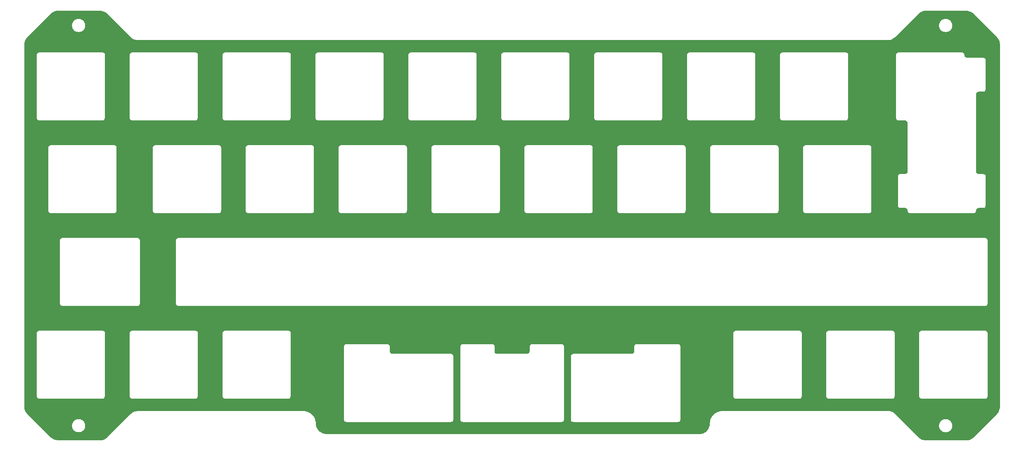
<source format=gtl>
%TF.GenerationSoftware,KiCad,Pcbnew,7.0.6*%
%TF.CreationDate,2023-12-03T00:16:16-05:00*%
%TF.ProjectId,dual-stagger-cutiepie-plate,6475616c-2d73-4746-9167-6765722d6375,rev?*%
%TF.SameCoordinates,PX2fb0968PY80063eb*%
%TF.FileFunction,Copper,L1,Top*%
%TF.FilePolarity,Positive*%
%FSLAX46Y46*%
G04 Gerber Fmt 4.6, Leading zero omitted, Abs format (unit mm)*
G04 Created by KiCad (PCBNEW 7.0.6) date 2023-12-03 00:16:16*
%MOMM*%
%LPD*%
G01*
G04 APERTURE LIST*
G04 APERTURE END LIST*
%TA.AperFunction,NonConductor*%
G36*
X15668034Y88214469D02*
G01*
X15674135Y88214016D01*
X15771723Y88201910D01*
X15954807Y88179198D01*
X15972672Y88175631D01*
X16237385Y88102193D01*
X16254451Y88096082D01*
X16505182Y87984984D01*
X16521198Y87976433D01*
X16670913Y87881791D01*
X16753801Y87829393D01*
X16768494Y87818509D01*
X16984101Y87632694D01*
X16987457Y87629577D01*
X21807668Y82809366D01*
X21809196Y82807593D01*
X21814235Y82802799D01*
X21820880Y82796153D01*
X21822829Y82794621D01*
X21884035Y82736375D01*
X21886112Y82734211D01*
X21886313Y82734039D01*
X21888787Y82732308D01*
X22118728Y82553121D01*
X22119055Y82552844D01*
X22120504Y82552072D01*
X22214823Y82498720D01*
X22372411Y82409580D01*
X22374052Y82408594D01*
X22375891Y82407945D01*
X22576665Y82330464D01*
X22646746Y82303419D01*
X22646940Y82303335D01*
X22646942Y82303333D01*
X22646944Y82303333D01*
X22647131Y82303251D01*
X22648704Y82302936D01*
X22931798Y82239133D01*
X22933423Y82238728D01*
X22935169Y82238641D01*
X23224496Y82217169D01*
X23226823Y82216837D01*
X23230438Y82216704D01*
X23232774Y82216848D01*
X177108611Y82216808D01*
X177112069Y82216437D01*
X177120513Y82216753D01*
X177123427Y82216794D01*
X177131470Y82216718D01*
X177134648Y82217121D01*
X177218152Y82219191D01*
X177221394Y82219120D01*
X177224593Y82219690D01*
X177229212Y82220263D01*
X177512399Y82255394D01*
X177514094Y82255565D01*
X177515743Y82256067D01*
X177794578Y82333423D01*
X177796433Y82333881D01*
X177798075Y82334657D01*
X178062321Y82451743D01*
X178063996Y82452434D01*
X178065493Y82453435D01*
X178310517Y82608328D01*
X178312163Y82609305D01*
X178313598Y82610611D01*
X178533302Y82799957D01*
X178535523Y82801627D01*
X178537638Y82803584D01*
X178539495Y82805704D01*
X180951117Y85217326D01*
X187550962Y85217326D01*
X187558951Y85126002D01*
X187559187Y85120609D01*
X187559189Y85113247D01*
X187557528Y85107587D01*
X187558667Y85094572D01*
X187561580Y85085878D01*
X187562860Y85078620D01*
X187563566Y85073257D01*
X187571557Y84981926D01*
X187571559Y84981916D01*
X187595281Y84893382D01*
X187596453Y84888099D01*
X187597735Y84880823D01*
X187597082Y84874972D01*
X187600456Y84862380D01*
X187604841Y84854312D01*
X187607359Y84847391D01*
X187608985Y84842233D01*
X187632718Y84753666D01*
X187671466Y84670570D01*
X187673537Y84665571D01*
X187676053Y84658659D01*
X187676426Y84652778D01*
X187681945Y84640942D01*
X187687672Y84633748D01*
X187691347Y84627380D01*
X187693837Y84622594D01*
X187719557Y84567440D01*
X187732586Y84539499D01*
X187785163Y84464412D01*
X187785183Y84464383D01*
X187788094Y84459813D01*
X187791767Y84453450D01*
X187793154Y84447728D01*
X187800635Y84437044D01*
X187807508Y84430970D01*
X187812235Y84425337D01*
X187815524Y84421050D01*
X187847906Y84374805D01*
X187868126Y84345928D01*
X187868128Y84345926D01*
X187932962Y84281092D01*
X187936618Y84277102D01*
X187941341Y84271475D01*
X187943704Y84266075D01*
X187952933Y84256846D01*
X187960761Y84252054D01*
X187966394Y84247327D01*
X187970369Y84243685D01*
X188035220Y84178834D01*
X188110340Y84126234D01*
X188114620Y84122951D01*
X188120256Y84118221D01*
X188123520Y84113316D01*
X188134208Y84105831D01*
X188142748Y84102472D01*
X188149117Y84098795D01*
X188153656Y84095904D01*
X188228791Y84043294D01*
X188311895Y84004542D01*
X188316683Y84002050D01*
X188319938Y84000171D01*
X188323053Y83998373D01*
X188327123Y83994106D01*
X188338957Y83988587D01*
X188347952Y83986761D01*
X188354861Y83984246D01*
X188359859Y83982176D01*
X188442958Y83943426D01*
X188442960Y83943425D01*
X188483086Y83932674D01*
X188531530Y83919694D01*
X188536677Y83918071D01*
X188543614Y83915546D01*
X188548355Y83912055D01*
X188560945Y83908682D01*
X188570113Y83908447D01*
X188573709Y83907812D01*
X188577379Y83907165D01*
X188582649Y83905997D01*
X188671213Y83882266D01*
X188762589Y83874272D01*
X188767881Y83873575D01*
X188775188Y83872286D01*
X188780458Y83869674D01*
X188793440Y83868538D01*
X188802512Y83869897D01*
X188809881Y83869897D01*
X188815284Y83869662D01*
X188869634Y83864906D01*
X188906620Y83861670D01*
X188906621Y83861670D01*
X188906622Y83861670D01*
X188943607Y83864906D01*
X188997957Y83869662D01*
X189003361Y83869897D01*
X189010728Y83869897D01*
X189016378Y83868238D01*
X189029364Y83869375D01*
X189038053Y83872286D01*
X189045373Y83873577D01*
X189050655Y83874272D01*
X189142029Y83882266D01*
X189230611Y83906002D01*
X189235846Y83907163D01*
X189243127Y83908446D01*
X189248980Y83907793D01*
X189261569Y83911167D01*
X189269628Y83915546D01*
X189276585Y83918078D01*
X189281698Y83919690D01*
X189354431Y83939179D01*
X189370281Y83943425D01*
X189370282Y83943426D01*
X189370284Y83943426D01*
X189453415Y83982192D01*
X189458378Y83984246D01*
X189465299Y83986766D01*
X189471175Y83987139D01*
X189483432Y83992854D01*
X189491044Y83998864D01*
X189490761Y83998704D01*
X189496552Y84002047D01*
X189501326Y84004533D01*
X189584451Y84043294D01*
X189659575Y84095897D01*
X189664104Y84098783D01*
X189670475Y84102462D01*
X189676204Y84103853D01*
X189686905Y84111346D01*
X189692977Y84118214D01*
X189698643Y84122969D01*
X189702876Y84126217D01*
X189778022Y84178834D01*
X189842883Y84243696D01*
X189846823Y84247307D01*
X189852472Y84252047D01*
X189857873Y84254411D01*
X189867104Y84263642D01*
X189871897Y84271471D01*
X189876639Y84277121D01*
X189880252Y84281065D01*
X189945116Y84345928D01*
X189997733Y84421074D01*
X190000981Y84425307D01*
X190005734Y84430972D01*
X190010635Y84434232D01*
X190018124Y84444927D01*
X190021485Y84453470D01*
X190025173Y84459855D01*
X190028059Y84464383D01*
X190080656Y84539499D01*
X190119414Y84622615D01*
X190121897Y84627386D01*
X190122613Y84628628D01*
X190125574Y84633757D01*
X190129840Y84637826D01*
X190135359Y84649661D01*
X190137185Y84658652D01*
X190137192Y84658671D01*
X190139711Y84665590D01*
X190141758Y84670535D01*
X190180524Y84753666D01*
X190204260Y84842252D01*
X190205872Y84847365D01*
X190208402Y84854317D01*
X190211893Y84859059D01*
X190215267Y84871649D01*
X190215504Y84880823D01*
X190216791Y84888118D01*
X190217948Y84893339D01*
X190241684Y84981921D01*
X190249678Y85073295D01*
X190250373Y85078580D01*
X190254053Y85099444D01*
X190254053Y85099457D01*
X190254301Y85100861D01*
X190254308Y85100910D01*
X190255527Y85107824D01*
X190254410Y85115869D01*
X190254701Y85129228D01*
X190254918Y85133189D01*
X190262280Y85217329D01*
X190254918Y85301466D01*
X190254701Y85305435D01*
X190254410Y85318790D01*
X190255945Y85324470D01*
X190254400Y85333234D01*
X190254392Y85333290D01*
X190254053Y85335214D01*
X190250373Y85356079D01*
X190249678Y85361367D01*
X190241684Y85452737D01*
X190217953Y85541305D01*
X190216785Y85546571D01*
X190215504Y85553836D01*
X190216156Y85559689D01*
X190212785Y85572274D01*
X190208404Y85580336D01*
X190205882Y85587265D01*
X190204254Y85592428D01*
X190181089Y85678885D01*
X190180527Y85680983D01*
X190180525Y85680987D01*
X190180524Y85680992D01*
X190141772Y85764095D01*
X190139704Y85769089D01*
X190137189Y85775998D01*
X190136814Y85781880D01*
X190131301Y85793704D01*
X190125581Y85800890D01*
X190121903Y85807262D01*
X190119410Y85812051D01*
X190080656Y85895158D01*
X190028054Y85970281D01*
X190025151Y85974840D01*
X190021479Y85981200D01*
X190021477Y85981203D01*
X190020088Y85986928D01*
X190012610Y85997609D01*
X190005731Y86003691D01*
X190000990Y86009341D01*
X189997710Y86013617D01*
X189945116Y86088730D01*
X189880265Y86153581D01*
X189876627Y86157552D01*
X189871896Y86163189D01*
X189869534Y86168587D01*
X189860311Y86177810D01*
X189852476Y86182608D01*
X189850753Y86184054D01*
X189846848Y86187332D01*
X189842858Y86190988D01*
X189778024Y86255822D01*
X189778024Y86255823D01*
X189778022Y86255824D01*
X189749145Y86276044D01*
X189702900Y86308426D01*
X189698613Y86311715D01*
X189692980Y86316442D01*
X189689718Y86321346D01*
X189679039Y86328823D01*
X189670500Y86332183D01*
X189666996Y86334206D01*
X189664131Y86335860D01*
X189659567Y86338767D01*
X189584451Y86391364D01*
X189556510Y86404393D01*
X189501356Y86430113D01*
X189496570Y86432603D01*
X189490202Y86436278D01*
X189486126Y86440551D01*
X189474290Y86446070D01*
X189465291Y86447897D01*
X189458379Y86450413D01*
X189453380Y86452484D01*
X189370284Y86491232D01*
X189281717Y86514965D01*
X189276559Y86516591D01*
X189269638Y86519109D01*
X189264890Y86522605D01*
X189252301Y86525978D01*
X189243127Y86526215D01*
X189235851Y86527497D01*
X189230568Y86528669D01*
X189142034Y86552391D01*
X189142024Y86552393D01*
X189050693Y86560384D01*
X189045330Y86561090D01*
X189038072Y86562370D01*
X189032798Y86564984D01*
X189019802Y86566121D01*
X189010731Y86564761D01*
X189003361Y86564761D01*
X188997957Y86564997D01*
X188943607Y86569753D01*
X188906622Y86572988D01*
X188906620Y86572988D01*
X188869634Y86569753D01*
X188815284Y86564997D01*
X188809881Y86564761D01*
X188802510Y86564761D01*
X188796859Y86566421D01*
X188783873Y86565284D01*
X188775178Y86562371D01*
X188767920Y86561091D01*
X188762552Y86560384D01*
X188671210Y86552392D01*
X188582670Y86528668D01*
X188577388Y86527497D01*
X188570112Y86526215D01*
X188564263Y86526868D01*
X188551675Y86523495D01*
X188543607Y86519111D01*
X188536692Y86516594D01*
X188531532Y86514967D01*
X188442957Y86491232D01*
X188359855Y86452482D01*
X188354859Y86450413D01*
X188347950Y86447898D01*
X188342069Y86447525D01*
X188330254Y86442015D01*
X188323075Y86436299D01*
X188316709Y86432623D01*
X188311905Y86430122D01*
X188228795Y86391367D01*
X188153679Y86338771D01*
X188149115Y86335863D01*
X188142750Y86332189D01*
X188137026Y86330801D01*
X188126330Y86323312D01*
X188120244Y86316427D01*
X188114618Y86311709D01*
X188110333Y86308420D01*
X188035219Y86255825D01*
X187970371Y86190977D01*
X187966370Y86187311D01*
X187960739Y86182589D01*
X187955351Y86180233D01*
X187946143Y86171025D01*
X187941361Y86163211D01*
X187936639Y86157580D01*
X187932973Y86153579D01*
X187868125Y86088730D01*
X187815529Y86013617D01*
X187812242Y86009333D01*
X187807525Y86003709D01*
X187802613Y86000441D01*
X187795121Y85989740D01*
X187791761Y85981200D01*
X187788087Y85974835D01*
X187785179Y85970271D01*
X187732583Y85895155D01*
X187693828Y85812045D01*
X187691327Y85807241D01*
X187687651Y85800875D01*
X187683387Y85796812D01*
X187677878Y85784997D01*
X187676052Y85776000D01*
X187673537Y85769091D01*
X187671468Y85764095D01*
X187632718Y85680993D01*
X187608986Y85592428D01*
X187607366Y85587289D01*
X187605166Y85581238D01*
X187604787Y85580199D01*
X187601319Y85575502D01*
X187597971Y85563004D01*
X187597735Y85553838D01*
X187596453Y85546562D01*
X187595282Y85541280D01*
X187571558Y85452740D01*
X187571558Y85452739D01*
X187563566Y85361404D01*
X187562861Y85356046D01*
X187561584Y85348794D01*
X187558966Y85343512D01*
X187557829Y85330506D01*
X187559188Y85321440D01*
X187559188Y85314071D01*
X187558952Y85308665D01*
X187550962Y85217333D01*
X187550962Y85217326D01*
X180951117Y85217326D01*
X183365002Y87631211D01*
X183434627Y87697470D01*
X183439227Y87701436D01*
X183662331Y87875295D01*
X183677492Y87885410D01*
X183916598Y88020659D01*
X183932987Y88028405D01*
X184188842Y88127142D01*
X184206212Y88132420D01*
X184474658Y88192922D01*
X184492730Y88195614D01*
X184776584Y88216679D01*
X184781173Y88216848D01*
X193197316Y88216848D01*
X193293374Y88214469D01*
X193299475Y88214016D01*
X193397063Y88201910D01*
X193580147Y88179198D01*
X193598012Y88175631D01*
X193862725Y88102193D01*
X193879791Y88096082D01*
X194130522Y87984984D01*
X194146538Y87976433D01*
X194296253Y87881791D01*
X194379141Y87829393D01*
X194393834Y87818509D01*
X194609441Y87632694D01*
X194612796Y87629577D01*
X199439622Y82802752D01*
X199505883Y82733124D01*
X199509862Y82728507D01*
X199647362Y82552063D01*
X199683703Y82505429D01*
X199693825Y82490260D01*
X199829076Y82251154D01*
X199836828Y82234753D01*
X199843794Y82216704D01*
X199935558Y81978919D01*
X199940839Y81961539D01*
X200001342Y81693099D01*
X200004036Y81675013D01*
X200025102Y81391166D01*
X200025272Y81386575D01*
X200024876Y6844040D01*
X200022492Y6747980D01*
X200022039Y6741881D01*
X199987220Y6461219D01*
X199983650Y6443336D01*
X199910214Y6178643D01*
X199904096Y6161558D01*
X199792999Y5910836D01*
X199784443Y5894812D01*
X199637405Y5662217D01*
X199626521Y5647524D01*
X199440713Y5431929D01*
X199437587Y5428563D01*
X194610687Y601764D01*
X194541095Y535541D01*
X194536461Y531547D01*
X194313376Y357708D01*
X194298208Y347588D01*
X194059119Y212349D01*
X194042711Y204594D01*
X193786862Y105863D01*
X193769481Y100582D01*
X193501052Y40088D01*
X193482966Y37394D01*
X193199120Y16333D01*
X193194530Y16163D01*
X184778388Y16249D01*
X184682327Y18632D01*
X184676227Y19085D01*
X184395566Y53905D01*
X184377683Y57475D01*
X184112989Y130910D01*
X184095904Y137028D01*
X183845183Y248125D01*
X183829159Y256681D01*
X183596564Y403719D01*
X183581871Y414603D01*
X183579712Y416464D01*
X183366268Y600420D01*
X183362912Y603536D01*
X180950780Y3015720D01*
X187550962Y3015720D01*
X187558951Y2924396D01*
X187559187Y2919003D01*
X187559189Y2911641D01*
X187557528Y2905981D01*
X187558667Y2892966D01*
X187561580Y2884272D01*
X187562860Y2877014D01*
X187563566Y2871651D01*
X187571557Y2780320D01*
X187571559Y2780310D01*
X187595281Y2691776D01*
X187596453Y2686493D01*
X187597735Y2679217D01*
X187597082Y2673366D01*
X187600456Y2660774D01*
X187604841Y2652706D01*
X187607359Y2645785D01*
X187608985Y2640627D01*
X187632718Y2552060D01*
X187671466Y2468964D01*
X187673537Y2463965D01*
X187676053Y2457053D01*
X187676426Y2451172D01*
X187681945Y2439336D01*
X187687672Y2432142D01*
X187691347Y2425774D01*
X187693837Y2420988D01*
X187719557Y2365834D01*
X187732586Y2337893D01*
X187732913Y2337426D01*
X187785183Y2262777D01*
X187788094Y2258207D01*
X187791767Y2251844D01*
X187793154Y2246122D01*
X187800635Y2235438D01*
X187807508Y2229364D01*
X187812235Y2223731D01*
X187815524Y2219444D01*
X187847906Y2173199D01*
X187868126Y2144322D01*
X187868128Y2144321D01*
X187868128Y2144320D01*
X187932962Y2079486D01*
X187936618Y2075496D01*
X187941341Y2069869D01*
X187943704Y2064469D01*
X187952933Y2055240D01*
X187960761Y2050448D01*
X187966394Y2045721D01*
X187970369Y2042079D01*
X188008547Y2003901D01*
X188035221Y1977227D01*
X188035618Y1976949D01*
X188110340Y1924628D01*
X188114620Y1921345D01*
X188120256Y1916615D01*
X188123520Y1911710D01*
X188134208Y1904225D01*
X188142747Y1900867D01*
X188143222Y1900592D01*
X188149117Y1897189D01*
X188153660Y1894295D01*
X188228791Y1841688D01*
X188311895Y1802936D01*
X188316683Y1800444D01*
X188319938Y1798565D01*
X188323053Y1796767D01*
X188327123Y1792500D01*
X188338957Y1786981D01*
X188347952Y1785155D01*
X188354861Y1782640D01*
X188359855Y1780572D01*
X188388372Y1767274D01*
X188442958Y1741820D01*
X188442960Y1741819D01*
X188483086Y1731068D01*
X188531530Y1718088D01*
X188536677Y1716465D01*
X188543614Y1713940D01*
X188548355Y1710449D01*
X188560945Y1707076D01*
X188570113Y1706841D01*
X188570329Y1706802D01*
X188577379Y1705559D01*
X188582649Y1704391D01*
X188671213Y1680660D01*
X188762589Y1672666D01*
X188767881Y1671969D01*
X188775188Y1670680D01*
X188780458Y1668068D01*
X188793440Y1666932D01*
X188802512Y1668291D01*
X188809881Y1668291D01*
X188815284Y1668056D01*
X188839357Y1665949D01*
X188906620Y1660064D01*
X188906621Y1660064D01*
X188906622Y1660064D01*
X188973885Y1665949D01*
X188997957Y1668056D01*
X189003361Y1668291D01*
X189010728Y1668291D01*
X189016378Y1666632D01*
X189029364Y1667769D01*
X189038053Y1670680D01*
X189045373Y1671971D01*
X189050655Y1672666D01*
X189142029Y1680660D01*
X189230611Y1704396D01*
X189235846Y1705557D01*
X189243127Y1706840D01*
X189248980Y1706187D01*
X189261569Y1709561D01*
X189269628Y1713940D01*
X189276585Y1716472D01*
X189281698Y1718084D01*
X189369258Y1741545D01*
X189370281Y1741819D01*
X189370282Y1741820D01*
X189370284Y1741820D01*
X189453415Y1780586D01*
X189458378Y1782640D01*
X189465299Y1785160D01*
X189471175Y1785533D01*
X189483005Y1791049D01*
X189490189Y1796767D01*
X189495322Y1799731D01*
X189496564Y1800447D01*
X189501337Y1802932D01*
X189584451Y1841688D01*
X189659575Y1894291D01*
X189664104Y1897177D01*
X189670475Y1900856D01*
X189676204Y1902247D01*
X189686905Y1909740D01*
X189692977Y1916608D01*
X189698643Y1921363D01*
X189702876Y1924611D01*
X189778022Y1977228D01*
X189842883Y2042090D01*
X189846823Y2045701D01*
X189852472Y2050441D01*
X189857873Y2052805D01*
X189867104Y2062036D01*
X189871897Y2069865D01*
X189876638Y2075514D01*
X189880252Y2079459D01*
X189945116Y2144322D01*
X189997733Y2219468D01*
X190000981Y2223701D01*
X190005734Y2229366D01*
X190010635Y2232626D01*
X190018124Y2243321D01*
X190021485Y2251864D01*
X190025167Y2258240D01*
X190028059Y2262777D01*
X190080656Y2337893D01*
X190119412Y2421007D01*
X190121897Y2425780D01*
X190122613Y2427022D01*
X190125574Y2432151D01*
X190129840Y2436220D01*
X190135359Y2448055D01*
X190137185Y2457046D01*
X190137188Y2457053D01*
X190139706Y2463972D01*
X190141758Y2468929D01*
X190180524Y2552060D01*
X190204259Y2640645D01*
X190205877Y2645773D01*
X190208402Y2652711D01*
X190211893Y2657453D01*
X190215267Y2670043D01*
X190215504Y2679217D01*
X190216787Y2686498D01*
X190217948Y2691733D01*
X190241684Y2780315D01*
X190249678Y2871689D01*
X190250373Y2876974D01*
X190254053Y2897838D01*
X190254053Y2897851D01*
X190254301Y2899255D01*
X190254308Y2899304D01*
X190255527Y2906218D01*
X190254410Y2914263D01*
X190254701Y2927622D01*
X190254918Y2931583D01*
X190262280Y3015723D01*
X190254918Y3099860D01*
X190254701Y3103829D01*
X190254410Y3117184D01*
X190255945Y3122864D01*
X190254400Y3131628D01*
X190254392Y3131684D01*
X190254053Y3133608D01*
X190250373Y3154473D01*
X190249678Y3159761D01*
X190241684Y3251131D01*
X190217953Y3339695D01*
X190216785Y3344965D01*
X190215504Y3352230D01*
X190216156Y3358083D01*
X190212785Y3370668D01*
X190208404Y3378730D01*
X190205879Y3385667D01*
X190204256Y3390814D01*
X190192682Y3434011D01*
X190180527Y3479377D01*
X190180525Y3479381D01*
X190180524Y3479386D01*
X190141772Y3562489D01*
X190139704Y3567483D01*
X190137189Y3574392D01*
X190136814Y3580274D01*
X190131301Y3592098D01*
X190125581Y3599284D01*
X190121903Y3605656D01*
X190119410Y3610445D01*
X190080656Y3693552D01*
X190028054Y3768675D01*
X190025151Y3773234D01*
X190023772Y3775623D01*
X190021477Y3779597D01*
X190020088Y3785322D01*
X190012605Y3796009D01*
X190005721Y3802098D01*
X190000989Y3807736D01*
X189997710Y3812011D01*
X189945116Y3887124D01*
X189880265Y3951975D01*
X189876627Y3955946D01*
X189871896Y3961583D01*
X189869534Y3966981D01*
X189860311Y3976204D01*
X189852476Y3981002D01*
X189850753Y3982448D01*
X189846848Y3985726D01*
X189842858Y3989382D01*
X189778022Y4054218D01*
X189772929Y4057784D01*
X189702886Y4106829D01*
X189698612Y4110110D01*
X189694573Y4113499D01*
X189693140Y4114702D01*
X189693048Y4114779D01*
X189692946Y4114865D01*
X189689694Y4119757D01*
X189679039Y4127217D01*
X189670500Y4130577D01*
X189664600Y4133983D01*
X189664131Y4134254D01*
X189659567Y4137161D01*
X189584451Y4189758D01*
X189556510Y4202787D01*
X189501356Y4228507D01*
X189496570Y4230997D01*
X189490202Y4234672D01*
X189486126Y4238945D01*
X189474290Y4244464D01*
X189465291Y4246291D01*
X189458379Y4248807D01*
X189453380Y4250878D01*
X189370284Y4289626D01*
X189281717Y4313359D01*
X189276559Y4314985D01*
X189269638Y4317503D01*
X189264890Y4320999D01*
X189252301Y4324372D01*
X189243127Y4324609D01*
X189235851Y4325891D01*
X189230568Y4327063D01*
X189142034Y4350785D01*
X189142024Y4350787D01*
X189050693Y4358778D01*
X189045330Y4359484D01*
X189038072Y4360764D01*
X189032798Y4363378D01*
X189019802Y4364515D01*
X189010731Y4363155D01*
X189003361Y4363155D01*
X188997957Y4363391D01*
X188943607Y4368147D01*
X188906622Y4371382D01*
X188906620Y4371382D01*
X188869634Y4368147D01*
X188815284Y4363391D01*
X188809881Y4363155D01*
X188802510Y4363155D01*
X188796859Y4364815D01*
X188783873Y4363678D01*
X188775178Y4360765D01*
X188767920Y4359485D01*
X188762552Y4358778D01*
X188671210Y4350786D01*
X188582670Y4327062D01*
X188577388Y4325891D01*
X188570112Y4324609D01*
X188564263Y4325262D01*
X188551675Y4321889D01*
X188543607Y4317505D01*
X188536692Y4314988D01*
X188531532Y4313361D01*
X188442957Y4289626D01*
X188359855Y4250876D01*
X188354859Y4248807D01*
X188347950Y4246292D01*
X188342069Y4245919D01*
X188330254Y4240409D01*
X188323075Y4234693D01*
X188316709Y4231017D01*
X188311905Y4228516D01*
X188228795Y4189761D01*
X188153679Y4137165D01*
X188149115Y4134257D01*
X188142750Y4130583D01*
X188137026Y4129195D01*
X188126330Y4121706D01*
X188120244Y4114821D01*
X188114618Y4110103D01*
X188110333Y4106814D01*
X188035219Y4054219D01*
X187970371Y3989371D01*
X187966370Y3985705D01*
X187960739Y3980983D01*
X187955351Y3978627D01*
X187946143Y3969419D01*
X187941361Y3961605D01*
X187936639Y3955974D01*
X187932973Y3951973D01*
X187868125Y3887124D01*
X187815529Y3812011D01*
X187812242Y3807727D01*
X187807525Y3802103D01*
X187802613Y3798835D01*
X187795121Y3788134D01*
X187791761Y3779594D01*
X187788087Y3773229D01*
X187785179Y3768665D01*
X187732583Y3693549D01*
X187693828Y3610439D01*
X187691327Y3605635D01*
X187687651Y3599269D01*
X187683387Y3595206D01*
X187677878Y3583391D01*
X187676052Y3574394D01*
X187673537Y3567485D01*
X187671468Y3562489D01*
X187632718Y3479387D01*
X187608989Y3390834D01*
X187607377Y3385717D01*
X187606109Y3382225D01*
X187604831Y3378714D01*
X187601340Y3373976D01*
X187597971Y3361398D01*
X187597735Y3352232D01*
X187596453Y3344956D01*
X187595282Y3339674D01*
X187571558Y3251134D01*
X187571558Y3251133D01*
X187563566Y3159798D01*
X187562861Y3154440D01*
X187561584Y3147188D01*
X187558966Y3141906D01*
X187557829Y3128900D01*
X187559188Y3119834D01*
X187559188Y3112465D01*
X187558952Y3107059D01*
X187550962Y3015727D01*
X187550962Y3015720D01*
X180950780Y3015720D01*
X178544480Y5422071D01*
X178542914Y5424025D01*
X178534768Y5431783D01*
X178529369Y5437182D01*
X178527515Y5438685D01*
X178465145Y5498041D01*
X178463004Y5500286D01*
X178460466Y5502080D01*
X178231360Y5680620D01*
X178230171Y5681591D01*
X178229815Y5681772D01*
X177976682Y5824960D01*
X177975032Y5825957D01*
X177973309Y5826573D01*
X177703689Y5930622D01*
X177702158Y5931259D01*
X177701725Y5931338D01*
X177435803Y5991271D01*
X177417230Y5995457D01*
X177415718Y5995836D01*
X177415294Y5995850D01*
X177144352Y6015957D01*
X177124256Y6017449D01*
X177122249Y6017727D01*
X177121731Y6017733D01*
X177118842Y6017841D01*
X177117022Y6017752D01*
X143080497Y6017801D01*
X143076735Y6018083D01*
X143072664Y6017879D01*
X143069564Y6017801D01*
X143068978Y6017801D01*
X143067219Y6017606D01*
X143066862Y6017587D01*
X142818562Y6005051D01*
X142815694Y6005043D01*
X142815578Y6005032D01*
X142812796Y6004489D01*
X142569270Y5967323D01*
X142567126Y5967064D01*
X142565051Y5966401D01*
X142211591Y5866142D01*
X142211207Y5866051D01*
X142209760Y5865354D01*
X141880735Y5716691D01*
X141879202Y5716041D01*
X141877800Y5715095D01*
X141575225Y5521175D01*
X141575011Y5521051D01*
X141574832Y5520882D01*
X141304447Y5286688D01*
X141302997Y5285501D01*
X141301851Y5284110D01*
X141068576Y5014788D01*
X141067308Y5013399D01*
X141066308Y5011737D01*
X140873378Y4710705D01*
X140872386Y4709240D01*
X140871733Y4707701D01*
X140723089Y4378721D01*
X140722364Y4377219D01*
X140722271Y4376827D01*
X140621926Y4023067D01*
X140621342Y4021205D01*
X140621098Y4019201D01*
X140583924Y3775623D01*
X140583381Y3772841D01*
X140583370Y3772725D01*
X140583362Y3769856D01*
X140570807Y3521200D01*
X140570611Y3519441D01*
X140570611Y3518849D01*
X140570532Y3515721D01*
X140559130Y3289997D01*
X140558246Y3282238D01*
X140501043Y2961314D01*
X140496436Y2943360D01*
X140395829Y2645773D01*
X140388737Y2628980D01*
X140247334Y2352771D01*
X140238018Y2337426D01*
X140059414Y2086213D01*
X140048101Y2072499D01*
X139835908Y1849934D01*
X139822770Y1837996D01*
X139580696Y1647793D01*
X139565878Y1637789D01*
X139297592Y1483587D01*
X139281256Y1475726D01*
X138990400Y1361127D01*
X138972791Y1355662D01*
X138662885Y1284241D01*
X138644394Y1281427D01*
X138311702Y1256255D01*
X138307022Y1256078D01*
X62016449Y1256078D01*
X62013326Y1256157D01*
X61951416Y1259284D01*
X61787602Y1267557D01*
X61779842Y1268441D01*
X61458915Y1325641D01*
X61440961Y1330248D01*
X61143371Y1430852D01*
X61126578Y1437944D01*
X60850373Y1579341D01*
X60835027Y1588656D01*
X60583792Y1767274D01*
X60570086Y1778582D01*
X60347525Y1990767D01*
X60335590Y2003901D01*
X60163102Y2223427D01*
X60145374Y2245990D01*
X60135372Y2260806D01*
X60134233Y2262787D01*
X59981167Y2529094D01*
X59973308Y2545427D01*
X59970801Y2551789D01*
X59858708Y2836284D01*
X59853243Y2853893D01*
X59847924Y2876974D01*
X59781820Y3163806D01*
X59779007Y3182292D01*
X59773819Y3250860D01*
X59753657Y3517362D01*
X59740924Y3769498D01*
X59740935Y3772748D01*
X59740295Y3775938D01*
X59713431Y3951963D01*
X59703208Y4018949D01*
X59702946Y4021174D01*
X59702299Y4023214D01*
X59637800Y4250602D01*
X59628126Y4284709D01*
X65524217Y4284709D01*
X65524405Y4281306D01*
X65524450Y4279651D01*
X65524834Y4277937D01*
X65524883Y4277677D01*
X65525506Y4275752D01*
X65568282Y4106822D01*
X65580699Y4057784D01*
X65581635Y4049603D01*
X65583431Y4045000D01*
X65584058Y4043033D01*
X65584953Y4041104D01*
X65584983Y4041031D01*
X65585702Y4039976D01*
X65585730Y4039932D01*
X65587026Y4038384D01*
X65590531Y4033689D01*
X65596920Y4028600D01*
X65754969Y3862753D01*
X65760510Y3855346D01*
X65761119Y3854794D01*
X65764236Y3852612D01*
X65765436Y3851724D01*
X65766738Y3851114D01*
X65771178Y3848895D01*
X65771197Y3848889D01*
X65780793Y3847464D01*
X66021040Y3780388D01*
X66023200Y3779634D01*
X66024991Y3779207D01*
X66026239Y3779159D01*
X66028664Y3779301D01*
X87454011Y3779301D01*
X87457793Y3779029D01*
X87461644Y3779222D01*
X87463050Y3779258D01*
X87464417Y3779564D01*
X87468187Y3780314D01*
X87471833Y3781523D01*
X87684390Y3835346D01*
X87692903Y3836275D01*
X87693032Y3836326D01*
X87697152Y3837620D01*
X87699448Y3838702D01*
X87701725Y3839670D01*
X87702823Y3840431D01*
X87704815Y3842109D01*
X87709002Y3845206D01*
X87714187Y3851715D01*
X87879608Y4009359D01*
X87887489Y4015194D01*
X87889910Y4018648D01*
X87891110Y4020243D01*
X87891946Y4022041D01*
X87893792Y4025684D01*
X87895243Y4035266D01*
X87896886Y4041152D01*
X87962350Y4275627D01*
X87963109Y4277776D01*
X87963604Y4279790D01*
X87963648Y4280897D01*
X87963498Y4283472D01*
X87963498Y4284709D01*
X89400110Y4284709D01*
X89400298Y4281306D01*
X89400343Y4279651D01*
X89400727Y4277937D01*
X89400776Y4277677D01*
X89401399Y4275752D01*
X89444175Y4106822D01*
X89456592Y4057784D01*
X89457528Y4049603D01*
X89459324Y4045000D01*
X89459951Y4043033D01*
X89460846Y4041104D01*
X89460876Y4041031D01*
X89461595Y4039976D01*
X89461623Y4039932D01*
X89462919Y4038384D01*
X89466424Y4033689D01*
X89472813Y4028600D01*
X89630862Y3862753D01*
X89636403Y3855346D01*
X89637012Y3854794D01*
X89640129Y3852612D01*
X89641329Y3851724D01*
X89642631Y3851114D01*
X89647071Y3848895D01*
X89647090Y3848889D01*
X89656686Y3847464D01*
X89896933Y3780388D01*
X89899093Y3779634D01*
X89900884Y3779207D01*
X89902132Y3779159D01*
X89904557Y3779301D01*
X110115904Y3779301D01*
X110119686Y3779029D01*
X110123537Y3779222D01*
X110124943Y3779258D01*
X110126310Y3779564D01*
X110130080Y3780314D01*
X110133726Y3781523D01*
X110346283Y3835346D01*
X110354796Y3836275D01*
X110354925Y3836326D01*
X110359045Y3837620D01*
X110361341Y3838702D01*
X110363618Y3839670D01*
X110364716Y3840431D01*
X110366708Y3842109D01*
X110370895Y3845206D01*
X110376080Y3851715D01*
X110541501Y4009359D01*
X110549382Y4015194D01*
X110551803Y4018648D01*
X110553003Y4020243D01*
X110553839Y4022041D01*
X110555685Y4025684D01*
X110557136Y4035266D01*
X110558779Y4041152D01*
X110624243Y4275627D01*
X110625002Y4277776D01*
X110625497Y4279790D01*
X110625541Y4280897D01*
X110625391Y4283472D01*
X110625391Y4284712D01*
X112062110Y4284712D01*
X112062298Y4281306D01*
X112062343Y4279651D01*
X112062727Y4277937D01*
X112062776Y4277677D01*
X112063399Y4275752D01*
X112106175Y4106822D01*
X112118592Y4057784D01*
X112119528Y4049603D01*
X112121324Y4045000D01*
X112121951Y4043033D01*
X112122846Y4041104D01*
X112122876Y4041031D01*
X112123595Y4039976D01*
X112123623Y4039932D01*
X112124919Y4038384D01*
X112128424Y4033689D01*
X112134813Y4028600D01*
X112292862Y3862753D01*
X112298403Y3855346D01*
X112299012Y3854794D01*
X112302129Y3852612D01*
X112303329Y3851724D01*
X112304631Y3851114D01*
X112309071Y3848895D01*
X112309090Y3848889D01*
X112318686Y3847464D01*
X112558933Y3780388D01*
X112561093Y3779634D01*
X112562884Y3779207D01*
X112564132Y3779159D01*
X112566557Y3779301D01*
X133991904Y3779301D01*
X133995686Y3779029D01*
X133999537Y3779222D01*
X134000943Y3779258D01*
X134002310Y3779564D01*
X134006080Y3780314D01*
X134009726Y3781523D01*
X134222283Y3835346D01*
X134230796Y3836275D01*
X134230925Y3836326D01*
X134235045Y3837620D01*
X134237341Y3838702D01*
X134239618Y3839670D01*
X134240716Y3840431D01*
X134242708Y3842109D01*
X134246895Y3845206D01*
X134252080Y3851715D01*
X134417501Y4009359D01*
X134425382Y4015194D01*
X134427803Y4018648D01*
X134429003Y4020243D01*
X134429839Y4022041D01*
X134431685Y4025684D01*
X134433136Y4035266D01*
X134434779Y4041152D01*
X134500243Y4275627D01*
X134501002Y4277776D01*
X134501497Y4279790D01*
X134501541Y4280897D01*
X134501391Y4283472D01*
X134501391Y9047360D01*
X145399610Y9047360D01*
X145399798Y9043954D01*
X145399843Y9042299D01*
X145400227Y9040585D01*
X145400276Y9040325D01*
X145400899Y9038400D01*
X145456092Y8820432D01*
X145457028Y8812251D01*
X145458824Y8807648D01*
X145459451Y8805681D01*
X145460346Y8803752D01*
X145460376Y8803679D01*
X145461095Y8802624D01*
X145461123Y8802580D01*
X145462419Y8801032D01*
X145465924Y8796337D01*
X145472313Y8791248D01*
X145630362Y8625401D01*
X145635903Y8617994D01*
X145636512Y8617442D01*
X145639629Y8615260D01*
X145640829Y8614372D01*
X145642131Y8613762D01*
X145646571Y8611543D01*
X145646590Y8611537D01*
X145656186Y8610112D01*
X145896433Y8543036D01*
X145898593Y8542282D01*
X145900384Y8541855D01*
X145901632Y8541807D01*
X145904057Y8541949D01*
X158891404Y8541949D01*
X158895186Y8541677D01*
X158899037Y8541870D01*
X158900443Y8541906D01*
X158901810Y8542212D01*
X158905580Y8542962D01*
X158909226Y8544171D01*
X159121783Y8597994D01*
X159130296Y8598923D01*
X159130425Y8598974D01*
X159134545Y8600268D01*
X159136841Y8601350D01*
X159139118Y8602318D01*
X159140216Y8603079D01*
X159142208Y8604757D01*
X159146395Y8607854D01*
X159151580Y8614363D01*
X159317001Y8772007D01*
X159324882Y8777842D01*
X159327303Y8781296D01*
X159328503Y8782891D01*
X159329339Y8784689D01*
X159331185Y8788332D01*
X159332636Y8797914D01*
X159334279Y8803800D01*
X159399743Y9038275D01*
X159400500Y9040420D01*
X159400976Y9042355D01*
X159401044Y9044216D01*
X159400890Y9046569D01*
X159400890Y9047360D01*
X164449610Y9047360D01*
X164449798Y9043954D01*
X164449843Y9042299D01*
X164450227Y9040585D01*
X164450276Y9040325D01*
X164450899Y9038400D01*
X164506092Y8820432D01*
X164507028Y8812251D01*
X164508824Y8807648D01*
X164509451Y8805681D01*
X164510346Y8803752D01*
X164510376Y8803679D01*
X164511095Y8802624D01*
X164511123Y8802580D01*
X164512419Y8801032D01*
X164515924Y8796337D01*
X164522313Y8791248D01*
X164680362Y8625401D01*
X164685903Y8617994D01*
X164686512Y8617442D01*
X164689629Y8615260D01*
X164690829Y8614372D01*
X164692131Y8613762D01*
X164696571Y8611543D01*
X164696590Y8611537D01*
X164706186Y8610112D01*
X164946433Y8543036D01*
X164948593Y8542282D01*
X164950384Y8541855D01*
X164951632Y8541807D01*
X164954057Y8541949D01*
X177941404Y8541949D01*
X177945186Y8541677D01*
X177949037Y8541870D01*
X177950443Y8541906D01*
X177951810Y8542212D01*
X177955580Y8542962D01*
X177959226Y8544171D01*
X178171783Y8597994D01*
X178180296Y8598923D01*
X178180425Y8598974D01*
X178184545Y8600268D01*
X178186841Y8601350D01*
X178189118Y8602318D01*
X178190216Y8603079D01*
X178192208Y8604757D01*
X178196395Y8607854D01*
X178201580Y8614363D01*
X178367001Y8772007D01*
X178374882Y8777842D01*
X178377303Y8781296D01*
X178378503Y8782891D01*
X178379339Y8784689D01*
X178381185Y8788332D01*
X178382636Y8797914D01*
X178384279Y8803800D01*
X178449743Y9038275D01*
X178450500Y9040420D01*
X178450976Y9042355D01*
X178451044Y9044216D01*
X178450890Y9046569D01*
X178450890Y9047357D01*
X183499217Y9047357D01*
X183499405Y9043954D01*
X183499450Y9042299D01*
X183499834Y9040585D01*
X183499883Y9040325D01*
X183500506Y9038400D01*
X183555699Y8820432D01*
X183556635Y8812251D01*
X183558431Y8807648D01*
X183559058Y8805681D01*
X183559953Y8803752D01*
X183559983Y8803679D01*
X183560702Y8802624D01*
X183560730Y8802580D01*
X183562026Y8801032D01*
X183565531Y8796337D01*
X183571920Y8791248D01*
X183729969Y8625401D01*
X183735510Y8617994D01*
X183736119Y8617442D01*
X183739236Y8615260D01*
X183740436Y8614372D01*
X183741738Y8613762D01*
X183746178Y8611543D01*
X183746197Y8611537D01*
X183755793Y8610112D01*
X183996040Y8543036D01*
X183998200Y8542282D01*
X183999991Y8541855D01*
X184001239Y8541807D01*
X184003664Y8541949D01*
X196991011Y8541949D01*
X196994793Y8541677D01*
X196998644Y8541870D01*
X197000050Y8541906D01*
X197001417Y8542212D01*
X197005187Y8542962D01*
X197008833Y8544171D01*
X197221390Y8597994D01*
X197229903Y8598923D01*
X197230032Y8598974D01*
X197234152Y8600268D01*
X197236448Y8601350D01*
X197238725Y8602318D01*
X197239823Y8603079D01*
X197241815Y8604757D01*
X197246002Y8607854D01*
X197251187Y8614363D01*
X197416608Y8772007D01*
X197424489Y8777842D01*
X197426910Y8781296D01*
X197428110Y8782891D01*
X197428946Y8784689D01*
X197430792Y8788332D01*
X197432243Y8797914D01*
X197433886Y8803800D01*
X197499350Y9038275D01*
X197500109Y9040424D01*
X197500604Y9042438D01*
X197500648Y9043545D01*
X197500498Y9046120D01*
X197500498Y22033462D01*
X197500770Y22037243D01*
X197500577Y22041094D01*
X197500541Y22042495D01*
X197500244Y22043816D01*
X197499445Y22047811D01*
X197498236Y22051441D01*
X197444596Y22263278D01*
X197443715Y22271711D01*
X197441587Y22277179D01*
X197440758Y22279798D01*
X197440203Y22281117D01*
X197439814Y22281683D01*
X197437893Y22283970D01*
X197434532Y22288473D01*
X197428167Y22293553D01*
X197270898Y22458582D01*
X197265513Y22465935D01*
X197263745Y22467537D01*
X197260748Y22469645D01*
X197259567Y22470524D01*
X197258236Y22471156D01*
X197254873Y22472860D01*
X197254020Y22473166D01*
X197244997Y22474567D01*
X197003798Y22541908D01*
X197001560Y22542682D01*
X197000040Y22543043D01*
X196998755Y22543092D01*
X196996331Y22542949D01*
X184008985Y22542949D01*
X184005202Y22543222D01*
X184001352Y22543028D01*
X183999849Y22542990D01*
X183998242Y22542638D01*
X183998039Y22542600D01*
X183996106Y22541981D01*
X183778522Y22486886D01*
X183770430Y22485997D01*
X183764714Y22483806D01*
X183762664Y22483148D01*
X183761385Y22482591D01*
X183760550Y22482028D01*
X183758850Y22480607D01*
X183753861Y22476848D01*
X183748887Y22470615D01*
X183583388Y22312898D01*
X183576607Y22307877D01*
X183574481Y22305183D01*
X183573168Y22303724D01*
X183571945Y22301983D01*
X183570820Y22299727D01*
X183570184Y22297957D01*
X183569047Y22295372D01*
X183567790Y22287129D01*
X183500494Y22046089D01*
X183499702Y22043780D01*
X183499407Y22042533D01*
X183499355Y22041130D01*
X183499498Y22038731D01*
X183499498Y9051299D01*
X183499217Y9047357D01*
X178450890Y9047357D01*
X178450890Y9051299D01*
X178450890Y22033476D01*
X178451163Y22037248D01*
X178450970Y22041094D01*
X178450934Y22042495D01*
X178450637Y22043816D01*
X178449838Y22047811D01*
X178448629Y22051441D01*
X178394989Y22263278D01*
X178394108Y22271711D01*
X178391980Y22277179D01*
X178391151Y22279798D01*
X178390596Y22281117D01*
X178390207Y22281683D01*
X178388286Y22283970D01*
X178384925Y22288473D01*
X178378560Y22293553D01*
X178221291Y22458582D01*
X178215906Y22465935D01*
X178214138Y22467537D01*
X178211141Y22469645D01*
X178209960Y22470524D01*
X178208629Y22471156D01*
X178205266Y22472860D01*
X178204413Y22473166D01*
X178195390Y22474567D01*
X177954191Y22541908D01*
X177951953Y22542682D01*
X177950433Y22543043D01*
X177949148Y22543092D01*
X177946724Y22542949D01*
X164959378Y22542949D01*
X164955595Y22543222D01*
X164951745Y22543028D01*
X164950242Y22542990D01*
X164948635Y22542638D01*
X164948432Y22542600D01*
X164946499Y22541981D01*
X164728915Y22486886D01*
X164720823Y22485997D01*
X164715107Y22483806D01*
X164713057Y22483148D01*
X164711778Y22482591D01*
X164710943Y22482028D01*
X164709243Y22480607D01*
X164704254Y22476848D01*
X164699280Y22470615D01*
X164533781Y22312898D01*
X164527000Y22307877D01*
X164524874Y22305183D01*
X164523561Y22303724D01*
X164522338Y22301983D01*
X164521213Y22299727D01*
X164520577Y22297957D01*
X164519440Y22295372D01*
X164518183Y22287129D01*
X164450887Y22046089D01*
X164450096Y22043784D01*
X164449779Y22042437D01*
X164449753Y22041811D01*
X164449890Y22039186D01*
X164449890Y9051299D01*
X164449610Y9047360D01*
X159400890Y9047360D01*
X159400890Y9051299D01*
X159400890Y22033476D01*
X159401163Y22037248D01*
X159400970Y22041094D01*
X159400934Y22042495D01*
X159400637Y22043816D01*
X159399838Y22047811D01*
X159398629Y22051441D01*
X159344989Y22263278D01*
X159344108Y22271711D01*
X159341980Y22277179D01*
X159341151Y22279798D01*
X159340596Y22281117D01*
X159340207Y22281683D01*
X159338286Y22283970D01*
X159334925Y22288473D01*
X159328560Y22293553D01*
X159171291Y22458582D01*
X159165906Y22465935D01*
X159164138Y22467537D01*
X159161141Y22469645D01*
X159159960Y22470524D01*
X159158629Y22471156D01*
X159155266Y22472860D01*
X159154413Y22473166D01*
X159145390Y22474567D01*
X158904191Y22541908D01*
X158901953Y22542682D01*
X158900433Y22543043D01*
X158899148Y22543092D01*
X158896724Y22542949D01*
X145909378Y22542949D01*
X145905595Y22543222D01*
X145901745Y22543028D01*
X145900242Y22542990D01*
X145898635Y22542638D01*
X145898432Y22542600D01*
X145896499Y22541981D01*
X145678915Y22486886D01*
X145670823Y22485997D01*
X145665107Y22483806D01*
X145663057Y22483148D01*
X145661778Y22482591D01*
X145660943Y22482028D01*
X145659243Y22480607D01*
X145654254Y22476848D01*
X145649280Y22470615D01*
X145483781Y22312898D01*
X145477000Y22307877D01*
X145474874Y22305183D01*
X145473561Y22303724D01*
X145472338Y22301983D01*
X145471213Y22299727D01*
X145470577Y22297957D01*
X145469440Y22295372D01*
X145468183Y22287129D01*
X145400887Y22046089D01*
X145400096Y22043784D01*
X145399779Y22042437D01*
X145399753Y22041811D01*
X145399890Y22039186D01*
X145399890Y9051299D01*
X145399610Y9047360D01*
X134501391Y9047360D01*
X134501391Y19270814D01*
X134501663Y19274595D01*
X134501470Y19278446D01*
X134501434Y19279847D01*
X134501137Y19281168D01*
X134500338Y19285163D01*
X134499129Y19288793D01*
X134445489Y19500630D01*
X134444608Y19509063D01*
X134442480Y19514531D01*
X134441651Y19517150D01*
X134441096Y19518469D01*
X134440707Y19519035D01*
X134438786Y19521322D01*
X134435425Y19525825D01*
X134429060Y19530905D01*
X134271791Y19695934D01*
X134266406Y19703287D01*
X134264638Y19704889D01*
X134261641Y19706997D01*
X134260460Y19707876D01*
X134259129Y19708508D01*
X134255766Y19710212D01*
X134254912Y19710518D01*
X134245890Y19711919D01*
X134004604Y19779284D01*
X134001537Y19780340D01*
X134000891Y19780342D01*
X134000890Y19780342D01*
X133992474Y19780363D01*
X133984475Y19778284D01*
X133976208Y19777265D01*
X133975908Y19779693D01*
X133959210Y19775301D01*
X125596878Y19775301D01*
X125593095Y19775574D01*
X125589245Y19775380D01*
X125587742Y19775342D01*
X125586135Y19774990D01*
X125585932Y19774952D01*
X125583999Y19774333D01*
X125366415Y19719238D01*
X125358323Y19718349D01*
X125352607Y19716158D01*
X125350557Y19715500D01*
X125349278Y19714943D01*
X125348443Y19714380D01*
X125346743Y19712959D01*
X125341754Y19709200D01*
X125336780Y19702967D01*
X125171281Y19545250D01*
X125164500Y19540229D01*
X125162374Y19537535D01*
X125161061Y19536076D01*
X125159838Y19534335D01*
X125158713Y19532079D01*
X125158077Y19530309D01*
X125156940Y19527724D01*
X125155683Y19519481D01*
X125088387Y19278441D01*
X125087595Y19276132D01*
X125087300Y19274885D01*
X125087247Y19273472D01*
X125087390Y19271077D01*
X125087390Y18295318D01*
X125083596Y18264880D01*
X125035078Y18073270D01*
X125004638Y18018163D01*
X125001913Y18015303D01*
X124870438Y17877341D01*
X124814018Y17843455D01*
X124687562Y17808149D01*
X124604182Y17784869D01*
X124570838Y17780301D01*
X112571878Y17780301D01*
X112568095Y17780574D01*
X112564245Y17780380D01*
X112562742Y17780342D01*
X112561135Y17779990D01*
X112560932Y17779952D01*
X112558999Y17779333D01*
X112341415Y17724238D01*
X112333323Y17723349D01*
X112327607Y17721158D01*
X112325557Y17720500D01*
X112324278Y17719943D01*
X112323443Y17719380D01*
X112321743Y17717959D01*
X112316754Y17714200D01*
X112311780Y17707967D01*
X112146281Y17550250D01*
X112139500Y17545229D01*
X112137374Y17542535D01*
X112136061Y17541076D01*
X112134838Y17539335D01*
X112133713Y17537079D01*
X112133077Y17535309D01*
X112131940Y17532724D01*
X112130683Y17524481D01*
X112063387Y17283441D01*
X112062596Y17281136D01*
X112062279Y17279789D01*
X112062253Y17279163D01*
X112062390Y17276538D01*
X112062390Y4288651D01*
X112062110Y4284712D01*
X110625391Y4284712D01*
X110625391Y19270814D01*
X110625663Y19274595D01*
X110625470Y19278446D01*
X110625434Y19279847D01*
X110625137Y19281168D01*
X110624338Y19285163D01*
X110623129Y19288793D01*
X110569489Y19500630D01*
X110568608Y19509063D01*
X110566480Y19514531D01*
X110565651Y19517150D01*
X110565096Y19518469D01*
X110564707Y19519035D01*
X110562786Y19521322D01*
X110559425Y19525825D01*
X110553060Y19530905D01*
X110395791Y19695934D01*
X110390406Y19703287D01*
X110388638Y19704889D01*
X110385641Y19706997D01*
X110384460Y19707876D01*
X110383129Y19708508D01*
X110379766Y19710212D01*
X110378913Y19710518D01*
X110369890Y19711919D01*
X110128691Y19779260D01*
X110126453Y19780034D01*
X110124933Y19780395D01*
X110123648Y19780444D01*
X110121224Y19780301D01*
X104133878Y19780301D01*
X104130095Y19780574D01*
X104126245Y19780380D01*
X104124742Y19780342D01*
X104123135Y19779990D01*
X104122932Y19779952D01*
X104120999Y19779333D01*
X103903415Y19724238D01*
X103895323Y19723349D01*
X103889607Y19721158D01*
X103887557Y19720500D01*
X103886278Y19719943D01*
X103885443Y19719380D01*
X103883743Y19717959D01*
X103878754Y19714200D01*
X103873780Y19707967D01*
X103708281Y19550250D01*
X103701500Y19545229D01*
X103699374Y19542535D01*
X103698061Y19541076D01*
X103696838Y19539335D01*
X103695713Y19537079D01*
X103695077Y19535309D01*
X103693940Y19532724D01*
X103692683Y19524481D01*
X103625387Y19283441D01*
X103624595Y19281132D01*
X103624300Y19279885D01*
X103624248Y19278482D01*
X103624391Y19276083D01*
X103624391Y18290318D01*
X103620597Y18259880D01*
X103572078Y18068270D01*
X103541638Y18013162D01*
X103407438Y17872341D01*
X103351018Y17838455D01*
X103224562Y17803149D01*
X103141182Y17779869D01*
X103107838Y17775301D01*
X96916407Y17775301D01*
X96885969Y17779095D01*
X96694357Y17827614D01*
X96639250Y17858054D01*
X96498428Y17992254D01*
X96464543Y18048672D01*
X96405958Y18258513D01*
X96401391Y18291857D01*
X96401391Y19270814D01*
X96401663Y19274595D01*
X96401470Y19278446D01*
X96401434Y19279847D01*
X96401137Y19281168D01*
X96400338Y19285163D01*
X96399129Y19288793D01*
X96345489Y19500630D01*
X96344608Y19509063D01*
X96342480Y19514531D01*
X96341651Y19517150D01*
X96341096Y19518469D01*
X96340707Y19519035D01*
X96338786Y19521322D01*
X96335425Y19525825D01*
X96329060Y19530905D01*
X96171791Y19695934D01*
X96166406Y19703287D01*
X96164638Y19704889D01*
X96161641Y19706997D01*
X96160460Y19707876D01*
X96159129Y19708508D01*
X96155766Y19710212D01*
X96154913Y19710518D01*
X96145890Y19711919D01*
X95904691Y19779260D01*
X95902453Y19780034D01*
X95900933Y19780395D01*
X95899648Y19780444D01*
X95897224Y19780301D01*
X89909878Y19780301D01*
X89906095Y19780574D01*
X89902245Y19780380D01*
X89900742Y19780342D01*
X89899135Y19779990D01*
X89898932Y19779952D01*
X89896999Y19779333D01*
X89679415Y19724238D01*
X89671323Y19723349D01*
X89665607Y19721158D01*
X89663557Y19720500D01*
X89662278Y19719943D01*
X89661443Y19719380D01*
X89659743Y19717959D01*
X89654754Y19714200D01*
X89649780Y19707967D01*
X89484281Y19550250D01*
X89477500Y19545229D01*
X89475374Y19542535D01*
X89474061Y19541076D01*
X89472838Y19539335D01*
X89471713Y19537079D01*
X89471077Y19535309D01*
X89469940Y19532724D01*
X89468683Y19524481D01*
X89401387Y19283441D01*
X89400595Y19281132D01*
X89400300Y19279885D01*
X89400248Y19278482D01*
X89400391Y19276083D01*
X89400391Y4288651D01*
X89400110Y4284709D01*
X87963498Y4284709D01*
X87963498Y17270814D01*
X87963770Y17274595D01*
X87963577Y17278446D01*
X87963541Y17279847D01*
X87963244Y17281168D01*
X87962445Y17285163D01*
X87961236Y17288793D01*
X87907596Y17500630D01*
X87906715Y17509063D01*
X87904587Y17514531D01*
X87903758Y17517150D01*
X87903203Y17518469D01*
X87902814Y17519035D01*
X87900893Y17521322D01*
X87897532Y17525825D01*
X87891167Y17530905D01*
X87733898Y17695934D01*
X87728513Y17703287D01*
X87726745Y17704889D01*
X87723748Y17706997D01*
X87722567Y17707876D01*
X87721236Y17708508D01*
X87717873Y17710212D01*
X87717020Y17710518D01*
X87707997Y17711919D01*
X87466798Y17779260D01*
X87464560Y17780034D01*
X87463040Y17780395D01*
X87461755Y17780444D01*
X87459331Y17780301D01*
X75453514Y17780301D01*
X75423076Y17784095D01*
X75231464Y17832614D01*
X75176357Y17863054D01*
X75161365Y17877341D01*
X75035535Y17997254D01*
X75001650Y18053672D01*
X74943065Y18263513D01*
X74938498Y18296857D01*
X74938498Y19265814D01*
X74938770Y19269595D01*
X74938577Y19273446D01*
X74938541Y19274847D01*
X74938244Y19276168D01*
X74937445Y19280163D01*
X74936236Y19283793D01*
X74882596Y19495630D01*
X74881715Y19504063D01*
X74879587Y19509531D01*
X74878758Y19512150D01*
X74878203Y19513469D01*
X74877814Y19514035D01*
X74875893Y19516322D01*
X74872532Y19520825D01*
X74866167Y19525905D01*
X74708898Y19690934D01*
X74703513Y19698287D01*
X74701745Y19699889D01*
X74698748Y19701997D01*
X74697567Y19702876D01*
X74696236Y19703508D01*
X74692873Y19705212D01*
X74692018Y19705518D01*
X74682999Y19706919D01*
X74476598Y19764544D01*
X74462196Y19772960D01*
X74461285Y19770748D01*
X74438097Y19780301D01*
X74437998Y19780342D01*
X74413444Y19780342D01*
X74413238Y19780301D01*
X66033985Y19780301D01*
X66030202Y19780574D01*
X66026352Y19780380D01*
X66024849Y19780342D01*
X66023242Y19779990D01*
X66023039Y19779952D01*
X66021106Y19779333D01*
X65803522Y19724238D01*
X65795430Y19723349D01*
X65789714Y19721158D01*
X65787664Y19720500D01*
X65786385Y19719943D01*
X65785550Y19719380D01*
X65783850Y19717959D01*
X65778861Y19714200D01*
X65773887Y19707967D01*
X65608388Y19550250D01*
X65601607Y19545229D01*
X65599481Y19542535D01*
X65598168Y19541076D01*
X65596945Y19539335D01*
X65595820Y19537079D01*
X65595184Y19535309D01*
X65594047Y19532724D01*
X65592790Y19524481D01*
X65525494Y19283441D01*
X65524702Y19281132D01*
X65524407Y19279885D01*
X65524354Y19278472D01*
X65524497Y19276077D01*
X65524498Y4288651D01*
X65524217Y4284709D01*
X59628126Y4284709D01*
X59602416Y4375349D01*
X59601975Y4377060D01*
X59601217Y4378638D01*
X59452631Y4707490D01*
X59451920Y4709180D01*
X59450919Y4710662D01*
X59450891Y4710705D01*
X59410826Y4773220D01*
X59257887Y5011852D01*
X59257023Y5013278D01*
X59256721Y5013598D01*
X59022563Y5283943D01*
X59021357Y5285417D01*
X59019943Y5286582D01*
X58771391Y5501864D01*
X58750800Y5519699D01*
X58749312Y5521067D01*
X58747604Y5522096D01*
X58590712Y5622648D01*
X58446714Y5714937D01*
X58445094Y5716040D01*
X58443357Y5716770D01*
X58114661Y5865285D01*
X58113102Y5866041D01*
X58112664Y5866146D01*
X57759117Y5966430D01*
X57757162Y5967051D01*
X57755142Y5967300D01*
X57511715Y6004452D01*
X57508844Y6005023D01*
X57508820Y6005026D01*
X57505870Y6005041D01*
X57480797Y6006308D01*
X57257431Y6017587D01*
X57255608Y6017801D01*
X57254726Y6017801D01*
X57251591Y6017880D01*
X57247580Y6018084D01*
X57243802Y6017801D01*
X23214218Y6017801D01*
X23211062Y6018056D01*
X23204187Y6017804D01*
X23204105Y6017801D01*
X23201988Y6017801D01*
X23200595Y6017674D01*
X23149977Y6015824D01*
X23109454Y6014343D01*
X23106732Y6014367D01*
X23106480Y6014346D01*
X23103818Y6013876D01*
X22820436Y5975775D01*
X22818540Y5975573D01*
X22816757Y5975011D01*
X22541304Y5896234D01*
X22540925Y5896144D01*
X22539489Y5895456D01*
X22280132Y5778763D01*
X22278301Y5778001D01*
X22276684Y5776905D01*
X22034720Y5622778D01*
X22034504Y5622653D01*
X22034316Y5622476D01*
X21816407Y5434239D01*
X21814884Y5433057D01*
X21812776Y5431096D01*
X21811479Y5429656D01*
X17964388Y1582645D01*
X16985347Y603624D01*
X16915755Y537401D01*
X16911121Y533407D01*
X16688036Y359568D01*
X16672868Y349448D01*
X16433779Y214209D01*
X16417371Y206454D01*
X16161522Y107723D01*
X16144141Y102442D01*
X15875712Y41948D01*
X15857627Y39254D01*
X15573780Y18192D01*
X15569190Y18022D01*
X6828439Y18112D01*
X6828347Y18112D01*
X6825122Y18192D01*
X6732284Y20496D01*
X6726185Y20949D01*
X6445523Y55768D01*
X6427640Y59338D01*
X6162947Y132774D01*
X6145862Y138892D01*
X5895140Y249989D01*
X5879116Y258545D01*
X5646525Y405580D01*
X5631838Y416459D01*
X5472135Y554098D01*
X5416236Y602274D01*
X5412870Y605400D01*
X3002873Y3015447D01*
X9763273Y3015447D01*
X9771263Y2924116D01*
X9771499Y2918711D01*
X9771499Y2911340D01*
X9769840Y2905692D01*
X9770978Y2892692D01*
X9773891Y2883998D01*
X9775171Y2876740D01*
X9775877Y2871377D01*
X9783868Y2780046D01*
X9783870Y2780036D01*
X9807592Y2691502D01*
X9808764Y2686219D01*
X9810046Y2678943D01*
X9809393Y2673092D01*
X9812767Y2660500D01*
X9817152Y2652432D01*
X9819670Y2645511D01*
X9821296Y2640353D01*
X9845029Y2551786D01*
X9883777Y2468690D01*
X9885848Y2463691D01*
X9888364Y2456779D01*
X9888737Y2450898D01*
X9894256Y2439062D01*
X9899983Y2431868D01*
X9903658Y2425500D01*
X9906148Y2420714D01*
X9931868Y2365560D01*
X9944897Y2337619D01*
X9945032Y2337426D01*
X9997494Y2262503D01*
X10000405Y2257933D01*
X10004078Y2251570D01*
X10005465Y2245848D01*
X10012946Y2235164D01*
X10019819Y2229090D01*
X10024546Y2223457D01*
X10027835Y2219170D01*
X10060217Y2172925D01*
X10080437Y2144048D01*
X10080438Y2144046D01*
X10080439Y2144046D01*
X10145273Y2079212D01*
X10148929Y2075222D01*
X10153652Y2069595D01*
X10156015Y2064195D01*
X10165244Y2054966D01*
X10173072Y2050174D01*
X10178705Y2045447D01*
X10182680Y2041805D01*
X10247531Y1976954D01*
X10322651Y1924354D01*
X10326931Y1921071D01*
X10332567Y1916341D01*
X10335831Y1911436D01*
X10346519Y1903951D01*
X10355058Y1900593D01*
X10360963Y1897183D01*
X10361428Y1896915D01*
X10365971Y1894021D01*
X10441102Y1841414D01*
X10524206Y1802662D01*
X10528994Y1800170D01*
X10532249Y1798291D01*
X10535364Y1796493D01*
X10539434Y1792226D01*
X10551268Y1786707D01*
X10560263Y1784881D01*
X10567172Y1782366D01*
X10572166Y1780298D01*
X10642269Y1747608D01*
X10655269Y1741546D01*
X10655271Y1741545D01*
X10695397Y1730794D01*
X10743841Y1717814D01*
X10748988Y1716191D01*
X10755925Y1713666D01*
X10760666Y1710175D01*
X10773256Y1706802D01*
X10782425Y1706566D01*
X10789690Y1705285D01*
X10794960Y1704117D01*
X10883524Y1680386D01*
X10974900Y1672392D01*
X10980192Y1671695D01*
X10987499Y1670406D01*
X10992769Y1667794D01*
X11005751Y1666658D01*
X11014823Y1668017D01*
X11022192Y1668017D01*
X11027595Y1667782D01*
X11081945Y1663026D01*
X11118931Y1659790D01*
X11118932Y1659790D01*
X11118933Y1659790D01*
X11155918Y1663026D01*
X11210268Y1667782D01*
X11215672Y1668017D01*
X11223039Y1668017D01*
X11228689Y1666358D01*
X11241675Y1667495D01*
X11250364Y1670406D01*
X11257684Y1671697D01*
X11262966Y1672392D01*
X11354340Y1680386D01*
X11442922Y1704122D01*
X11448157Y1705283D01*
X11455438Y1706566D01*
X11461291Y1705913D01*
X11473880Y1709287D01*
X11481939Y1713666D01*
X11488896Y1716198D01*
X11494009Y1717810D01*
X11566742Y1737299D01*
X11582592Y1741545D01*
X11582593Y1741546D01*
X11582595Y1741546D01*
X11665726Y1780312D01*
X11670689Y1782366D01*
X11677610Y1784886D01*
X11683486Y1785259D01*
X11695316Y1790775D01*
X11702500Y1796493D01*
X11707633Y1799457D01*
X11708875Y1800173D01*
X11713648Y1802658D01*
X11796762Y1841414D01*
X11871886Y1894017D01*
X11876415Y1896903D01*
X11882786Y1900582D01*
X11888515Y1901973D01*
X11899216Y1909466D01*
X11905288Y1916334D01*
X11910954Y1921089D01*
X11915187Y1924337D01*
X11990333Y1976954D01*
X12055194Y2041816D01*
X12059134Y2045427D01*
X12064783Y2050167D01*
X12070184Y2052531D01*
X12079415Y2061762D01*
X12084208Y2069591D01*
X12088949Y2075240D01*
X12092563Y2079185D01*
X12157427Y2144048D01*
X12157618Y2144320D01*
X12160391Y2148281D01*
X12210044Y2219194D01*
X12213292Y2223427D01*
X12218045Y2229092D01*
X12222946Y2232352D01*
X12230435Y2243047D01*
X12233796Y2251590D01*
X12237478Y2257966D01*
X12240370Y2262503D01*
X12292967Y2337619D01*
X12331723Y2420733D01*
X12334208Y2425506D01*
X12334924Y2426748D01*
X12337885Y2431877D01*
X12342151Y2435946D01*
X12347670Y2447781D01*
X12349496Y2456772D01*
X12349596Y2457046D01*
X12352017Y2463698D01*
X12354069Y2468655D01*
X12392835Y2551786D01*
X12392908Y2552056D01*
X12397082Y2567639D01*
X12416571Y2640372D01*
X12418183Y2645485D01*
X12420713Y2652437D01*
X12424204Y2657179D01*
X12427578Y2669769D01*
X12427815Y2678943D01*
X12429098Y2686224D01*
X12430259Y2691459D01*
X12453995Y2780041D01*
X12461989Y2871415D01*
X12462684Y2876700D01*
X12466364Y2897564D01*
X12466364Y2897577D01*
X12466612Y2898981D01*
X12466619Y2899030D01*
X12467838Y2905944D01*
X12466721Y2913989D01*
X12467012Y2927348D01*
X12467229Y2931309D01*
X12474591Y3015449D01*
X12467229Y3099586D01*
X12467012Y3103555D01*
X12466721Y3116910D01*
X12468256Y3122590D01*
X12466711Y3131354D01*
X12466703Y3131410D01*
X12466364Y3133334D01*
X12462684Y3154199D01*
X12461989Y3159487D01*
X12453995Y3250857D01*
X12430264Y3339421D01*
X12429096Y3344691D01*
X12427815Y3351956D01*
X12428467Y3357809D01*
X12425096Y3370394D01*
X12420715Y3378456D01*
X12420621Y3378714D01*
X12418185Y3385409D01*
X12416565Y3390548D01*
X12393400Y3477005D01*
X12392838Y3479103D01*
X12392836Y3479107D01*
X12392835Y3479112D01*
X12354083Y3562215D01*
X12352015Y3567209D01*
X12349500Y3574118D01*
X12349125Y3580000D01*
X12343612Y3591824D01*
X12337892Y3599010D01*
X12334214Y3605382D01*
X12331721Y3610171D01*
X12292967Y3693278D01*
X12240365Y3768401D01*
X12237462Y3772960D01*
X12237304Y3773234D01*
X12233788Y3779323D01*
X12232399Y3785048D01*
X12224921Y3795729D01*
X12218042Y3801811D01*
X12213301Y3807461D01*
X12210021Y3811737D01*
X12157427Y3886850D01*
X12092576Y3951701D01*
X12088938Y3955672D01*
X12084207Y3961309D01*
X12081845Y3966707D01*
X12072622Y3975930D01*
X12064787Y3980728D01*
X12063064Y3982174D01*
X12059159Y3985452D01*
X12055169Y3989108D01*
X11990335Y4053942D01*
X11990333Y4053944D01*
X11961456Y4074164D01*
X11915211Y4106546D01*
X11910924Y4109835D01*
X11905291Y4114562D01*
X11902029Y4119466D01*
X11891350Y4126943D01*
X11882811Y4130303D01*
X11879307Y4132326D01*
X11876442Y4133980D01*
X11871878Y4136887D01*
X11796762Y4189484D01*
X11768821Y4202513D01*
X11713667Y4228233D01*
X11708881Y4230723D01*
X11702513Y4234398D01*
X11698437Y4238671D01*
X11686601Y4244190D01*
X11677602Y4246017D01*
X11670690Y4248533D01*
X11665691Y4250604D01*
X11582595Y4289352D01*
X11494028Y4313085D01*
X11488870Y4314711D01*
X11481949Y4317229D01*
X11477201Y4320725D01*
X11464612Y4324098D01*
X11455438Y4324335D01*
X11448162Y4325617D01*
X11442879Y4326789D01*
X11354345Y4350511D01*
X11354335Y4350513D01*
X11263004Y4358504D01*
X11257641Y4359210D01*
X11250383Y4360490D01*
X11245109Y4363104D01*
X11232113Y4364241D01*
X11223042Y4362881D01*
X11215672Y4362881D01*
X11210268Y4363117D01*
X11155918Y4367873D01*
X11118933Y4371108D01*
X11118931Y4371108D01*
X11081945Y4367873D01*
X11027595Y4363117D01*
X11022192Y4362881D01*
X11014821Y4362881D01*
X11009170Y4364541D01*
X10996184Y4363404D01*
X10987489Y4360491D01*
X10980231Y4359211D01*
X10974863Y4358504D01*
X10883521Y4350512D01*
X10794981Y4326788D01*
X10789699Y4325617D01*
X10782423Y4324335D01*
X10776574Y4324988D01*
X10763986Y4321615D01*
X10755918Y4317231D01*
X10749003Y4314714D01*
X10743843Y4313087D01*
X10655268Y4289352D01*
X10572166Y4250602D01*
X10567170Y4248533D01*
X10560261Y4246018D01*
X10554380Y4245645D01*
X10542565Y4240135D01*
X10535386Y4234419D01*
X10529020Y4230743D01*
X10524216Y4228242D01*
X10441106Y4189487D01*
X10365990Y4136891D01*
X10361426Y4133983D01*
X10355061Y4130309D01*
X10349337Y4128921D01*
X10338641Y4121432D01*
X10332555Y4114547D01*
X10326929Y4109829D01*
X10322644Y4106540D01*
X10247530Y4053945D01*
X10182682Y3989097D01*
X10178681Y3985431D01*
X10173050Y3980709D01*
X10167662Y3978353D01*
X10158454Y3969145D01*
X10153672Y3961331D01*
X10148950Y3955700D01*
X10145284Y3951699D01*
X10080436Y3886850D01*
X10027840Y3811737D01*
X10024553Y3807453D01*
X10019836Y3801829D01*
X10014924Y3798561D01*
X10007432Y3787860D01*
X10004072Y3779320D01*
X10000398Y3772955D01*
X9997490Y3768391D01*
X9944894Y3693275D01*
X9906139Y3610165D01*
X9903638Y3605361D01*
X9899962Y3598995D01*
X9895698Y3594932D01*
X9890189Y3583117D01*
X9888363Y3574120D01*
X9885848Y3567211D01*
X9883779Y3562215D01*
X9845029Y3479113D01*
X9821297Y3390548D01*
X9819677Y3385409D01*
X9817576Y3379630D01*
X9817111Y3378357D01*
X9813637Y3373649D01*
X9810282Y3361124D01*
X9810046Y3351958D01*
X9808764Y3344682D01*
X9807593Y3339400D01*
X9783869Y3250860D01*
X9775877Y3159519D01*
X9775170Y3154151D01*
X9773890Y3146893D01*
X9771276Y3141622D01*
X9770140Y3128626D01*
X9771499Y3119560D01*
X9771499Y3112190D01*
X9771263Y3106784D01*
X9763273Y3015452D01*
X9763273Y3015447D01*
X3002873Y3015447D01*
X586124Y5432247D01*
X579997Y5438685D01*
X519868Y5501871D01*
X515880Y5506499D01*
X342045Y5729579D01*
X331925Y5744747D01*
X263321Y5866032D01*
X196682Y5983844D01*
X188935Y6000236D01*
X90197Y6256101D01*
X84921Y6273466D01*
X24423Y6541912D01*
X21732Y6559981D01*
X670Y6843835D01*
X500Y6848425D01*
X519Y8617442D01*
X523Y9047357D01*
X2524806Y9047357D01*
X2524994Y9043954D01*
X2525039Y9042299D01*
X2525423Y9040585D01*
X2525472Y9040325D01*
X2526095Y9038400D01*
X2581288Y8820432D01*
X2582224Y8812251D01*
X2584020Y8807648D01*
X2584647Y8805681D01*
X2585542Y8803752D01*
X2585572Y8803679D01*
X2586291Y8802624D01*
X2586319Y8802580D01*
X2587615Y8801032D01*
X2591120Y8796337D01*
X2597509Y8791248D01*
X2755558Y8625401D01*
X2761099Y8617994D01*
X2761708Y8617442D01*
X2764825Y8615260D01*
X2766025Y8614372D01*
X2767327Y8613762D01*
X2771767Y8611543D01*
X2771786Y8611537D01*
X2781382Y8610112D01*
X3021629Y8543036D01*
X3023789Y8542282D01*
X3025580Y8541855D01*
X3026828Y8541807D01*
X3029253Y8541949D01*
X16016600Y8541949D01*
X16020382Y8541677D01*
X16024233Y8541870D01*
X16025639Y8541906D01*
X16027006Y8542212D01*
X16030776Y8542962D01*
X16034422Y8544171D01*
X16246979Y8597994D01*
X16255492Y8598923D01*
X16255621Y8598974D01*
X16259741Y8600268D01*
X16262037Y8601350D01*
X16264314Y8602318D01*
X16265412Y8603079D01*
X16267404Y8604757D01*
X16271591Y8607854D01*
X16276776Y8614363D01*
X16442197Y8772007D01*
X16450078Y8777842D01*
X16452499Y8781296D01*
X16453699Y8782891D01*
X16454535Y8784689D01*
X16456381Y8788332D01*
X16457832Y8797914D01*
X16459475Y8803800D01*
X16524939Y9038275D01*
X16525698Y9040424D01*
X16526193Y9042438D01*
X16526237Y9043545D01*
X16526087Y9046120D01*
X16526087Y9047357D01*
X21574806Y9047357D01*
X21574994Y9043954D01*
X21575039Y9042299D01*
X21575423Y9040585D01*
X21575472Y9040325D01*
X21576095Y9038400D01*
X21631288Y8820432D01*
X21632224Y8812251D01*
X21634020Y8807648D01*
X21634647Y8805681D01*
X21635542Y8803752D01*
X21635572Y8803679D01*
X21636291Y8802624D01*
X21636319Y8802580D01*
X21637615Y8801032D01*
X21641120Y8796337D01*
X21647509Y8791248D01*
X21805558Y8625401D01*
X21811099Y8617994D01*
X21811708Y8617442D01*
X21814825Y8615260D01*
X21816025Y8614372D01*
X21817327Y8613762D01*
X21821767Y8611543D01*
X21821786Y8611537D01*
X21831382Y8610112D01*
X22071629Y8543036D01*
X22073789Y8542282D01*
X22075580Y8541855D01*
X22076828Y8541807D01*
X22079253Y8541949D01*
X35066600Y8541949D01*
X35070382Y8541677D01*
X35074233Y8541870D01*
X35075639Y8541906D01*
X35077006Y8542212D01*
X35080776Y8542962D01*
X35084422Y8544171D01*
X35296979Y8597994D01*
X35305492Y8598923D01*
X35305621Y8598974D01*
X35309741Y8600268D01*
X35312037Y8601350D01*
X35314314Y8602318D01*
X35315412Y8603079D01*
X35317404Y8604757D01*
X35321591Y8607854D01*
X35326776Y8614363D01*
X35492197Y8772007D01*
X35500078Y8777842D01*
X35502499Y8781296D01*
X35503699Y8782891D01*
X35504535Y8784689D01*
X35506381Y8788332D01*
X35507832Y8797914D01*
X35509475Y8803800D01*
X35574939Y9038275D01*
X35575698Y9040424D01*
X35576193Y9042438D01*
X35576237Y9043545D01*
X35576087Y9046120D01*
X35576087Y9047357D01*
X40624414Y9047357D01*
X40624602Y9043954D01*
X40624647Y9042299D01*
X40625031Y9040585D01*
X40625080Y9040325D01*
X40625703Y9038400D01*
X40680896Y8820432D01*
X40681832Y8812251D01*
X40683628Y8807648D01*
X40684255Y8805681D01*
X40685150Y8803752D01*
X40685180Y8803679D01*
X40685899Y8802624D01*
X40685927Y8802580D01*
X40687223Y8801032D01*
X40690728Y8796337D01*
X40697117Y8791248D01*
X40855166Y8625401D01*
X40860707Y8617994D01*
X40861316Y8617442D01*
X40864433Y8615260D01*
X40865633Y8614372D01*
X40866935Y8613762D01*
X40871375Y8611543D01*
X40871394Y8611537D01*
X40880990Y8610112D01*
X41121237Y8543036D01*
X41123397Y8542282D01*
X41125188Y8541855D01*
X41126436Y8541807D01*
X41128861Y8541949D01*
X54116208Y8541949D01*
X54119990Y8541677D01*
X54123841Y8541870D01*
X54125247Y8541906D01*
X54126614Y8542212D01*
X54130384Y8542962D01*
X54134030Y8544171D01*
X54346587Y8597994D01*
X54355100Y8598923D01*
X54355229Y8598974D01*
X54359349Y8600268D01*
X54361645Y8601350D01*
X54363922Y8602318D01*
X54365020Y8603079D01*
X54367012Y8604757D01*
X54371199Y8607854D01*
X54376384Y8614363D01*
X54541805Y8772007D01*
X54549686Y8777842D01*
X54552107Y8781296D01*
X54553307Y8782891D01*
X54554143Y8784689D01*
X54555989Y8788332D01*
X54557440Y8797914D01*
X54559083Y8803800D01*
X54624547Y9038275D01*
X54625306Y9040424D01*
X54625801Y9042438D01*
X54625845Y9043545D01*
X54625695Y9046120D01*
X54625695Y22033462D01*
X54625967Y22037243D01*
X54625774Y22041094D01*
X54625738Y22042495D01*
X54625441Y22043816D01*
X54624642Y22047811D01*
X54623433Y22051441D01*
X54569793Y22263278D01*
X54568912Y22271711D01*
X54566784Y22277179D01*
X54565955Y22279798D01*
X54565400Y22281117D01*
X54565011Y22281683D01*
X54563090Y22283970D01*
X54559729Y22288473D01*
X54553364Y22293553D01*
X54396095Y22458582D01*
X54390710Y22465935D01*
X54388942Y22467537D01*
X54385945Y22469645D01*
X54384764Y22470524D01*
X54383433Y22471156D01*
X54380070Y22472860D01*
X54379217Y22473166D01*
X54370194Y22474567D01*
X54128995Y22541908D01*
X54126757Y22542682D01*
X54125237Y22543043D01*
X54123952Y22543092D01*
X54121528Y22542949D01*
X41134182Y22542949D01*
X41130399Y22543222D01*
X41126549Y22543028D01*
X41125046Y22542990D01*
X41123439Y22542638D01*
X41123236Y22542600D01*
X41121303Y22541981D01*
X40903719Y22486886D01*
X40895627Y22485997D01*
X40889911Y22483806D01*
X40887861Y22483148D01*
X40886582Y22482591D01*
X40885747Y22482028D01*
X40884047Y22480607D01*
X40879058Y22476848D01*
X40874084Y22470615D01*
X40708585Y22312898D01*
X40701804Y22307877D01*
X40699678Y22305183D01*
X40698365Y22303724D01*
X40697142Y22301983D01*
X40696017Y22299727D01*
X40695381Y22297957D01*
X40694244Y22295372D01*
X40692987Y22287129D01*
X40625691Y22046089D01*
X40624899Y22043780D01*
X40624604Y22042533D01*
X40624552Y22041130D01*
X40624695Y22038731D01*
X40624695Y9051299D01*
X40624414Y9047357D01*
X35576087Y9047357D01*
X35576087Y22033462D01*
X35576359Y22037243D01*
X35576166Y22041094D01*
X35576130Y22042495D01*
X35575833Y22043816D01*
X35575034Y22047811D01*
X35573825Y22051441D01*
X35520185Y22263278D01*
X35519304Y22271711D01*
X35517176Y22277179D01*
X35516347Y22279798D01*
X35515792Y22281117D01*
X35515403Y22281683D01*
X35513482Y22283970D01*
X35510121Y22288473D01*
X35503756Y22293553D01*
X35346487Y22458582D01*
X35341102Y22465935D01*
X35339334Y22467537D01*
X35336337Y22469645D01*
X35335156Y22470524D01*
X35333825Y22471156D01*
X35330462Y22472860D01*
X35329609Y22473166D01*
X35320586Y22474567D01*
X35079387Y22541908D01*
X35077149Y22542682D01*
X35075629Y22543043D01*
X35074344Y22543092D01*
X35071920Y22542949D01*
X22084574Y22542949D01*
X22080791Y22543222D01*
X22076941Y22543028D01*
X22075438Y22542990D01*
X22073831Y22542638D01*
X22073628Y22542600D01*
X22071695Y22541981D01*
X21854111Y22486886D01*
X21846019Y22485997D01*
X21840303Y22483806D01*
X21838253Y22483148D01*
X21836974Y22482591D01*
X21836139Y22482028D01*
X21834439Y22480607D01*
X21829450Y22476848D01*
X21824476Y22470615D01*
X21658977Y22312898D01*
X21652196Y22307877D01*
X21650070Y22305183D01*
X21648757Y22303724D01*
X21647534Y22301983D01*
X21646409Y22299727D01*
X21645773Y22297957D01*
X21644636Y22295372D01*
X21643379Y22287129D01*
X21576083Y22046089D01*
X21575291Y22043780D01*
X21574996Y22042533D01*
X21574944Y22041130D01*
X21575087Y22038731D01*
X21575087Y9051299D01*
X21574806Y9047357D01*
X16526087Y9047357D01*
X16526087Y9051299D01*
X16526087Y22033476D01*
X16526359Y22037248D01*
X16526166Y22041094D01*
X16526130Y22042495D01*
X16525833Y22043816D01*
X16525034Y22047811D01*
X16523825Y22051441D01*
X16470185Y22263278D01*
X16469304Y22271711D01*
X16467176Y22277179D01*
X16466347Y22279798D01*
X16465792Y22281117D01*
X16465403Y22281683D01*
X16463482Y22283970D01*
X16460121Y22288473D01*
X16453756Y22293553D01*
X16296487Y22458582D01*
X16291102Y22465935D01*
X16289334Y22467537D01*
X16286337Y22469645D01*
X16285156Y22470524D01*
X16283825Y22471156D01*
X16280462Y22472860D01*
X16279609Y22473166D01*
X16270586Y22474567D01*
X16029387Y22541908D01*
X16027149Y22542682D01*
X16025629Y22543043D01*
X16024344Y22543092D01*
X16021920Y22542949D01*
X3034574Y22542949D01*
X3030791Y22543222D01*
X3026941Y22543028D01*
X3025438Y22542990D01*
X3023831Y22542638D01*
X3023628Y22542600D01*
X3021695Y22541981D01*
X2804111Y22486886D01*
X2796019Y22485997D01*
X2790303Y22483806D01*
X2788253Y22483148D01*
X2786974Y22482591D01*
X2786139Y22482028D01*
X2784439Y22480607D01*
X2779450Y22476848D01*
X2774476Y22470615D01*
X2608977Y22312898D01*
X2602196Y22307877D01*
X2600070Y22305183D01*
X2598757Y22303724D01*
X2597534Y22301983D01*
X2596409Y22299727D01*
X2595773Y22297957D01*
X2594636Y22295372D01*
X2593379Y22287129D01*
X2526083Y22046089D01*
X2525291Y22043780D01*
X2524996Y22042533D01*
X2524944Y22041130D01*
X2525087Y22038731D01*
X2525087Y9051299D01*
X2524806Y9047357D01*
X523Y9047357D01*
X722Y28097357D01*
X7287717Y28097357D01*
X7287905Y28093954D01*
X7287950Y28092299D01*
X7288334Y28090585D01*
X7288383Y28090325D01*
X7289006Y28088400D01*
X7344199Y27870432D01*
X7345135Y27862251D01*
X7346931Y27857648D01*
X7347558Y27855681D01*
X7348453Y27853752D01*
X7348483Y27853679D01*
X7349202Y27852624D01*
X7349230Y27852580D01*
X7350526Y27851032D01*
X7354031Y27846337D01*
X7360420Y27841248D01*
X7518469Y27675401D01*
X7524010Y27667994D01*
X7524619Y27667442D01*
X7527736Y27665260D01*
X7528936Y27664372D01*
X7530238Y27663762D01*
X7534678Y27661543D01*
X7534697Y27661537D01*
X7544293Y27660112D01*
X7784540Y27593036D01*
X7786700Y27592282D01*
X7788491Y27591855D01*
X7789739Y27591807D01*
X7792164Y27591949D01*
X23160511Y27591949D01*
X23164293Y27591677D01*
X23168144Y27591870D01*
X23169550Y27591906D01*
X23170917Y27592212D01*
X23174687Y27592962D01*
X23178333Y27594171D01*
X23390890Y27647994D01*
X23399403Y27648923D01*
X23399532Y27648974D01*
X23403652Y27650268D01*
X23405948Y27651350D01*
X23408225Y27652318D01*
X23409323Y27653079D01*
X23411315Y27654757D01*
X23415502Y27657854D01*
X23420687Y27664363D01*
X23586108Y27822007D01*
X23593989Y27827842D01*
X23596410Y27831296D01*
X23597610Y27832891D01*
X23598446Y27834689D01*
X23600292Y27838332D01*
X23601743Y27847914D01*
X23603386Y27853800D01*
X23668850Y28088275D01*
X23669609Y28090424D01*
X23670104Y28092438D01*
X23670148Y28093545D01*
X23669998Y28096120D01*
X23669998Y28097357D01*
X31099217Y28097357D01*
X31099405Y28093954D01*
X31099450Y28092299D01*
X31099834Y28090585D01*
X31099883Y28090325D01*
X31100506Y28088400D01*
X31155699Y27870432D01*
X31156635Y27862251D01*
X31158431Y27857648D01*
X31159058Y27855681D01*
X31159953Y27853752D01*
X31159983Y27853679D01*
X31160702Y27852624D01*
X31160730Y27852580D01*
X31162026Y27851032D01*
X31165531Y27846337D01*
X31171920Y27841248D01*
X31329969Y27675401D01*
X31335510Y27667994D01*
X31336119Y27667442D01*
X31339236Y27665260D01*
X31340436Y27664372D01*
X31341738Y27663762D01*
X31346178Y27661543D01*
X31346197Y27661537D01*
X31355793Y27660112D01*
X31596040Y27593036D01*
X31598200Y27592282D01*
X31599991Y27591855D01*
X31601239Y27591807D01*
X31603664Y27591949D01*
X196991011Y27591949D01*
X196994793Y27591677D01*
X196998644Y27591870D01*
X197000050Y27591906D01*
X197001417Y27592212D01*
X197005187Y27592962D01*
X197008833Y27594171D01*
X197221390Y27647994D01*
X197229903Y27648923D01*
X197230032Y27648974D01*
X197234152Y27650268D01*
X197236448Y27651350D01*
X197238725Y27652318D01*
X197239823Y27653079D01*
X197241815Y27654757D01*
X197246002Y27657854D01*
X197251187Y27664363D01*
X197416608Y27822007D01*
X197424489Y27827842D01*
X197426910Y27831296D01*
X197428110Y27832891D01*
X197428946Y27834689D01*
X197430792Y27838332D01*
X197432243Y27847914D01*
X197433886Y27853800D01*
X197499350Y28088275D01*
X197500109Y28090424D01*
X197500604Y28092438D01*
X197500648Y28093545D01*
X197500498Y28096120D01*
X197500498Y41083462D01*
X197500770Y41087243D01*
X197500577Y41091094D01*
X197500541Y41092495D01*
X197500244Y41093816D01*
X197499445Y41097811D01*
X197498236Y41101441D01*
X197444596Y41313278D01*
X197443715Y41321711D01*
X197441587Y41327179D01*
X197440758Y41329798D01*
X197440203Y41331117D01*
X197439814Y41331683D01*
X197437893Y41333970D01*
X197434532Y41338473D01*
X197428167Y41343553D01*
X197270898Y41508582D01*
X197265513Y41515935D01*
X197263745Y41517537D01*
X197260748Y41519645D01*
X197259567Y41520524D01*
X197258236Y41521156D01*
X197254873Y41522860D01*
X197254020Y41523166D01*
X197244997Y41524567D01*
X197003798Y41591908D01*
X197001560Y41592682D01*
X197000040Y41593043D01*
X196998755Y41593092D01*
X196996331Y41592949D01*
X31608985Y41592949D01*
X31605202Y41593222D01*
X31601352Y41593028D01*
X31599849Y41592990D01*
X31598242Y41592638D01*
X31598039Y41592600D01*
X31596106Y41591981D01*
X31378522Y41536886D01*
X31370430Y41535997D01*
X31364714Y41533806D01*
X31362664Y41533148D01*
X31361385Y41532591D01*
X31360550Y41532028D01*
X31358850Y41530607D01*
X31353861Y41526848D01*
X31348887Y41520615D01*
X31183388Y41362898D01*
X31176607Y41357877D01*
X31174481Y41355183D01*
X31173168Y41353724D01*
X31171945Y41351983D01*
X31170820Y41349727D01*
X31170184Y41347957D01*
X31169047Y41345372D01*
X31167790Y41337129D01*
X31100494Y41096089D01*
X31099702Y41093780D01*
X31099407Y41092533D01*
X31099355Y41091130D01*
X31099498Y41088731D01*
X31099498Y28101299D01*
X31099217Y28097357D01*
X23669998Y28097357D01*
X23669998Y41083462D01*
X23670270Y41087243D01*
X23670077Y41091094D01*
X23670041Y41092495D01*
X23669744Y41093816D01*
X23668945Y41097811D01*
X23667736Y41101441D01*
X23614096Y41313278D01*
X23613215Y41321711D01*
X23611087Y41327179D01*
X23610258Y41329798D01*
X23609703Y41331117D01*
X23609314Y41331683D01*
X23607393Y41333970D01*
X23604032Y41338473D01*
X23597667Y41343553D01*
X23440398Y41508582D01*
X23435013Y41515935D01*
X23433245Y41517537D01*
X23430248Y41519645D01*
X23429067Y41520524D01*
X23427736Y41521156D01*
X23424373Y41522860D01*
X23423520Y41523166D01*
X23414497Y41524567D01*
X23173298Y41591908D01*
X23171060Y41592682D01*
X23169540Y41593043D01*
X23168255Y41593092D01*
X23165831Y41592949D01*
X7797485Y41592949D01*
X7793702Y41593222D01*
X7789852Y41593028D01*
X7788349Y41592990D01*
X7786742Y41592638D01*
X7786539Y41592600D01*
X7784606Y41591981D01*
X7567022Y41536886D01*
X7558930Y41535997D01*
X7553214Y41533806D01*
X7551164Y41533148D01*
X7549885Y41532591D01*
X7549050Y41532028D01*
X7547350Y41530607D01*
X7542361Y41526848D01*
X7537387Y41520615D01*
X7371888Y41362898D01*
X7365107Y41357877D01*
X7362981Y41355183D01*
X7361668Y41353724D01*
X7360445Y41351983D01*
X7359320Y41349727D01*
X7358684Y41347957D01*
X7357547Y41345372D01*
X7356290Y41337129D01*
X7288994Y41096089D01*
X7288202Y41093780D01*
X7287907Y41092533D01*
X7287855Y41091130D01*
X7287998Y41088731D01*
X7287998Y28101299D01*
X7287717Y28097357D01*
X722Y28097357D01*
X891Y44238673D01*
X891Y47147357D01*
X4905745Y47147357D01*
X4905933Y47143954D01*
X4905978Y47142299D01*
X4906362Y47140585D01*
X4906411Y47140325D01*
X4907034Y47138400D01*
X4962227Y46920432D01*
X4963163Y46912251D01*
X4964959Y46907648D01*
X4965586Y46905681D01*
X4966481Y46903752D01*
X4966511Y46903679D01*
X4967230Y46902624D01*
X4967258Y46902580D01*
X4968554Y46901032D01*
X4972059Y46896337D01*
X4978448Y46891248D01*
X5136497Y46725401D01*
X5142038Y46717994D01*
X5142647Y46717442D01*
X5145764Y46715260D01*
X5146964Y46714372D01*
X5148266Y46713762D01*
X5152706Y46711543D01*
X5152725Y46711537D01*
X5162321Y46710112D01*
X5402568Y46643036D01*
X5404728Y46642282D01*
X5406519Y46641855D01*
X5407767Y46641807D01*
X5410192Y46641949D01*
X18397539Y46641949D01*
X18401321Y46641677D01*
X18405172Y46641870D01*
X18406578Y46641906D01*
X18407945Y46642212D01*
X18411715Y46642962D01*
X18415361Y46644171D01*
X18627918Y46697994D01*
X18636431Y46698923D01*
X18636560Y46698974D01*
X18640680Y46700268D01*
X18642976Y46701350D01*
X18645253Y46702318D01*
X18646351Y46703079D01*
X18648343Y46704757D01*
X18652530Y46707854D01*
X18657715Y46714363D01*
X18823136Y46872007D01*
X18831017Y46877842D01*
X18833438Y46881296D01*
X18834638Y46882891D01*
X18835474Y46884689D01*
X18837320Y46888332D01*
X18838771Y46897914D01*
X18840414Y46903800D01*
X18905878Y47138275D01*
X18906637Y47140424D01*
X18907132Y47142438D01*
X18907176Y47143545D01*
X18907026Y47146120D01*
X18907026Y47147357D01*
X26337306Y47147357D01*
X26337494Y47143954D01*
X26337539Y47142299D01*
X26337923Y47140585D01*
X26337972Y47140325D01*
X26338595Y47138400D01*
X26393788Y46920432D01*
X26394724Y46912251D01*
X26396520Y46907648D01*
X26397147Y46905681D01*
X26398042Y46903752D01*
X26398072Y46903679D01*
X26398791Y46902624D01*
X26398819Y46902580D01*
X26400115Y46901032D01*
X26403620Y46896337D01*
X26410009Y46891248D01*
X26568058Y46725401D01*
X26573599Y46717994D01*
X26574208Y46717442D01*
X26577325Y46715260D01*
X26578525Y46714372D01*
X26579827Y46713762D01*
X26584267Y46711543D01*
X26584286Y46711537D01*
X26593882Y46710112D01*
X26834129Y46643036D01*
X26836289Y46642282D01*
X26838080Y46641855D01*
X26839328Y46641807D01*
X26841753Y46641949D01*
X39829100Y46641949D01*
X39832882Y46641677D01*
X39836733Y46641870D01*
X39838139Y46641906D01*
X39839506Y46642212D01*
X39843276Y46642962D01*
X39846922Y46644171D01*
X40059479Y46697994D01*
X40067992Y46698923D01*
X40068121Y46698974D01*
X40072241Y46700268D01*
X40074537Y46701350D01*
X40076814Y46702318D01*
X40077912Y46703079D01*
X40079904Y46704757D01*
X40084091Y46707854D01*
X40089276Y46714363D01*
X40254697Y46872007D01*
X40262578Y46877842D01*
X40264999Y46881296D01*
X40266199Y46882891D01*
X40267035Y46884689D01*
X40268881Y46888332D01*
X40270332Y46897914D01*
X40271975Y46903800D01*
X40337439Y47138275D01*
X40338198Y47140424D01*
X40338693Y47142438D01*
X40338737Y47143545D01*
X40338587Y47146120D01*
X40338587Y47147357D01*
X45386914Y47147357D01*
X45387102Y47143954D01*
X45387147Y47142299D01*
X45387531Y47140585D01*
X45387580Y47140325D01*
X45388203Y47138400D01*
X45443396Y46920432D01*
X45444332Y46912251D01*
X45446128Y46907648D01*
X45446755Y46905681D01*
X45447650Y46903752D01*
X45447680Y46903679D01*
X45448399Y46902624D01*
X45448427Y46902580D01*
X45449723Y46901032D01*
X45453228Y46896337D01*
X45459617Y46891248D01*
X45617666Y46725401D01*
X45623207Y46717994D01*
X45623816Y46717442D01*
X45626933Y46715260D01*
X45628133Y46714372D01*
X45629435Y46713762D01*
X45633875Y46711543D01*
X45633894Y46711537D01*
X45643490Y46710112D01*
X45883737Y46643036D01*
X45885897Y46642282D01*
X45887688Y46641855D01*
X45888936Y46641807D01*
X45891361Y46641949D01*
X58878708Y46641949D01*
X58882490Y46641677D01*
X58886341Y46641870D01*
X58887747Y46641906D01*
X58889114Y46642212D01*
X58892884Y46642962D01*
X58896530Y46644171D01*
X59109087Y46697994D01*
X59117600Y46698923D01*
X59117729Y46698974D01*
X59121849Y46700268D01*
X59124145Y46701350D01*
X59126422Y46702318D01*
X59127520Y46703079D01*
X59129512Y46704757D01*
X59133699Y46707854D01*
X59138884Y46714363D01*
X59304305Y46872007D01*
X59312186Y46877842D01*
X59314607Y46881296D01*
X59315807Y46882891D01*
X59316643Y46884689D01*
X59318489Y46888332D01*
X59319940Y46897914D01*
X59321583Y46903800D01*
X59387047Y47138275D01*
X59387806Y47140424D01*
X59388301Y47142438D01*
X59388345Y47143545D01*
X59388195Y47146120D01*
X59388195Y47147357D01*
X64437306Y47147357D01*
X64437494Y47143954D01*
X64437539Y47142299D01*
X64437923Y47140585D01*
X64437972Y47140325D01*
X64438595Y47138400D01*
X64493788Y46920432D01*
X64494724Y46912251D01*
X64496520Y46907648D01*
X64497147Y46905681D01*
X64498042Y46903752D01*
X64498072Y46903679D01*
X64498791Y46902624D01*
X64498819Y46902580D01*
X64500115Y46901032D01*
X64503620Y46896337D01*
X64510009Y46891248D01*
X64668058Y46725401D01*
X64673599Y46717994D01*
X64674208Y46717442D01*
X64677325Y46715260D01*
X64678525Y46714372D01*
X64679827Y46713762D01*
X64684267Y46711543D01*
X64684286Y46711537D01*
X64693882Y46710112D01*
X64934129Y46643036D01*
X64936289Y46642282D01*
X64938080Y46641855D01*
X64939328Y46641807D01*
X64941753Y46641949D01*
X77929100Y46641949D01*
X77932882Y46641677D01*
X77936733Y46641870D01*
X77938139Y46641906D01*
X77939506Y46642212D01*
X77943276Y46642962D01*
X77946922Y46644171D01*
X78159479Y46697994D01*
X78167992Y46698923D01*
X78168121Y46698974D01*
X78172241Y46700268D01*
X78174537Y46701350D01*
X78176814Y46702318D01*
X78177912Y46703079D01*
X78179904Y46704757D01*
X78184091Y46707854D01*
X78189276Y46714363D01*
X78354697Y46872007D01*
X78362578Y46877842D01*
X78364999Y46881296D01*
X78366199Y46882891D01*
X78367035Y46884689D01*
X78368881Y46888332D01*
X78370332Y46897914D01*
X78371975Y46903800D01*
X78437439Y47138275D01*
X78438198Y47140424D01*
X78438693Y47142438D01*
X78438737Y47143545D01*
X78438587Y47146120D01*
X78438587Y47147357D01*
X83487306Y47147357D01*
X83487494Y47143954D01*
X83487539Y47142299D01*
X83487923Y47140585D01*
X83487972Y47140325D01*
X83488595Y47138400D01*
X83543788Y46920432D01*
X83544724Y46912251D01*
X83546520Y46907648D01*
X83547147Y46905681D01*
X83548042Y46903752D01*
X83548072Y46903679D01*
X83548791Y46902624D01*
X83548819Y46902580D01*
X83550115Y46901032D01*
X83553620Y46896337D01*
X83560009Y46891248D01*
X83718058Y46725401D01*
X83723599Y46717994D01*
X83724208Y46717442D01*
X83727325Y46715260D01*
X83728525Y46714372D01*
X83729827Y46713762D01*
X83734267Y46711543D01*
X83734286Y46711537D01*
X83743882Y46710112D01*
X83984129Y46643036D01*
X83986289Y46642282D01*
X83988080Y46641855D01*
X83989328Y46641807D01*
X83991753Y46641949D01*
X96979100Y46641949D01*
X96982882Y46641677D01*
X96986733Y46641870D01*
X96988139Y46641906D01*
X96989506Y46642212D01*
X96993276Y46642962D01*
X96996922Y46644171D01*
X97209479Y46697994D01*
X97217992Y46698923D01*
X97218121Y46698974D01*
X97222241Y46700268D01*
X97224537Y46701350D01*
X97226814Y46702318D01*
X97227912Y46703079D01*
X97229904Y46704757D01*
X97234091Y46707854D01*
X97239276Y46714363D01*
X97404697Y46872007D01*
X97412578Y46877842D01*
X97414999Y46881296D01*
X97416199Y46882891D01*
X97417035Y46884689D01*
X97418881Y46888332D01*
X97420332Y46897914D01*
X97421975Y46903800D01*
X97487439Y47138275D01*
X97488198Y47140424D01*
X97488693Y47142438D01*
X97488737Y47143545D01*
X97488587Y47146120D01*
X97488587Y47147357D01*
X102536914Y47147357D01*
X102537102Y47143954D01*
X102537147Y47142299D01*
X102537531Y47140585D01*
X102537580Y47140325D01*
X102538203Y47138400D01*
X102593396Y46920432D01*
X102594332Y46912251D01*
X102596128Y46907648D01*
X102596755Y46905681D01*
X102597650Y46903752D01*
X102597680Y46903679D01*
X102598399Y46902624D01*
X102598427Y46902580D01*
X102599723Y46901032D01*
X102603228Y46896337D01*
X102609617Y46891248D01*
X102767666Y46725401D01*
X102773207Y46717994D01*
X102773816Y46717442D01*
X102776933Y46715260D01*
X102778133Y46714372D01*
X102779435Y46713762D01*
X102783875Y46711543D01*
X102783894Y46711537D01*
X102793490Y46710112D01*
X103033737Y46643036D01*
X103035897Y46642282D01*
X103037688Y46641855D01*
X103038936Y46641807D01*
X103041361Y46641949D01*
X116028708Y46641949D01*
X116032490Y46641677D01*
X116036341Y46641870D01*
X116037747Y46641906D01*
X116039114Y46642212D01*
X116042884Y46642962D01*
X116046530Y46644171D01*
X116259087Y46697994D01*
X116267600Y46698923D01*
X116267729Y46698974D01*
X116271849Y46700268D01*
X116274145Y46701350D01*
X116276422Y46702318D01*
X116277520Y46703079D01*
X116279512Y46704757D01*
X116283699Y46707854D01*
X116288884Y46714363D01*
X116454305Y46872007D01*
X116462186Y46877842D01*
X116464607Y46881296D01*
X116465807Y46882891D01*
X116466643Y46884689D01*
X116468489Y46888332D01*
X116469940Y46897914D01*
X116471583Y46903800D01*
X116537047Y47138275D01*
X116537804Y47140420D01*
X116538280Y47142355D01*
X116538348Y47144216D01*
X116538194Y47146569D01*
X116538194Y47147360D01*
X121587306Y47147360D01*
X121587494Y47143954D01*
X121587539Y47142299D01*
X121587923Y47140585D01*
X121587972Y47140325D01*
X121588595Y47138400D01*
X121643788Y46920432D01*
X121644724Y46912251D01*
X121646520Y46907648D01*
X121647147Y46905681D01*
X121648042Y46903752D01*
X121648072Y46903679D01*
X121648791Y46902624D01*
X121648819Y46902580D01*
X121650115Y46901032D01*
X121653620Y46896337D01*
X121660009Y46891248D01*
X121818058Y46725401D01*
X121823599Y46717994D01*
X121824208Y46717442D01*
X121827325Y46715260D01*
X121828525Y46714372D01*
X121829827Y46713762D01*
X121834267Y46711543D01*
X121834286Y46711537D01*
X121843882Y46710112D01*
X122084129Y46643036D01*
X122086289Y46642282D01*
X122088080Y46641855D01*
X122089328Y46641807D01*
X122091753Y46641949D01*
X135079100Y46641949D01*
X135082882Y46641677D01*
X135086733Y46641870D01*
X135088139Y46641906D01*
X135089506Y46642212D01*
X135093276Y46642962D01*
X135096922Y46644171D01*
X135309479Y46697994D01*
X135317992Y46698923D01*
X135318121Y46698974D01*
X135322241Y46700268D01*
X135324537Y46701350D01*
X135326814Y46702318D01*
X135327912Y46703079D01*
X135329904Y46704757D01*
X135334091Y46707854D01*
X135339276Y46714363D01*
X135504697Y46872007D01*
X135512578Y46877842D01*
X135514999Y46881296D01*
X135516199Y46882891D01*
X135517035Y46884689D01*
X135518881Y46888332D01*
X135520332Y46897914D01*
X135521975Y46903800D01*
X135587439Y47138275D01*
X135588196Y47140420D01*
X135588672Y47142355D01*
X135588740Y47144216D01*
X135588586Y47146569D01*
X135588586Y47147360D01*
X140637306Y47147360D01*
X140637494Y47143954D01*
X140637539Y47142299D01*
X140637923Y47140585D01*
X140637972Y47140325D01*
X140638595Y47138400D01*
X140693788Y46920432D01*
X140694724Y46912251D01*
X140696520Y46907648D01*
X140697147Y46905681D01*
X140698042Y46903752D01*
X140698072Y46903679D01*
X140698791Y46902624D01*
X140698819Y46902580D01*
X140700115Y46901032D01*
X140703620Y46896337D01*
X140710009Y46891248D01*
X140868058Y46725401D01*
X140873599Y46717994D01*
X140874208Y46717442D01*
X140877325Y46715260D01*
X140878525Y46714372D01*
X140879827Y46713762D01*
X140884267Y46711543D01*
X140884286Y46711537D01*
X140893882Y46710112D01*
X141134129Y46643036D01*
X141136289Y46642282D01*
X141138080Y46641855D01*
X141139328Y46641807D01*
X141141753Y46641949D01*
X154129100Y46641949D01*
X154132882Y46641677D01*
X154136733Y46641870D01*
X154138139Y46641906D01*
X154139506Y46642212D01*
X154143276Y46642962D01*
X154146922Y46644171D01*
X154359479Y46697994D01*
X154367992Y46698923D01*
X154368121Y46698974D01*
X154372241Y46700268D01*
X154374537Y46701350D01*
X154376814Y46702318D01*
X154377912Y46703079D01*
X154379904Y46704757D01*
X154384091Y46707854D01*
X154389276Y46714363D01*
X154554697Y46872007D01*
X154562578Y46877842D01*
X154564999Y46881296D01*
X154566199Y46882891D01*
X154567035Y46884689D01*
X154568881Y46888332D01*
X154570332Y46897914D01*
X154571975Y46903800D01*
X154637439Y47138275D01*
X154638196Y47140420D01*
X154638672Y47142355D01*
X154638740Y47144216D01*
X154638586Y47146569D01*
X154638586Y47147360D01*
X159686914Y47147360D01*
X159687102Y47143954D01*
X159687147Y47142299D01*
X159687531Y47140585D01*
X159687580Y47140325D01*
X159688203Y47138400D01*
X159743396Y46920432D01*
X159744332Y46912251D01*
X159746128Y46907648D01*
X159746755Y46905681D01*
X159747650Y46903752D01*
X159747680Y46903679D01*
X159748399Y46902624D01*
X159748427Y46902580D01*
X159749723Y46901032D01*
X159753228Y46896337D01*
X159759617Y46891248D01*
X159917666Y46725401D01*
X159923207Y46717994D01*
X159923816Y46717442D01*
X159926933Y46715260D01*
X159928133Y46714372D01*
X159929435Y46713762D01*
X159933875Y46711543D01*
X159933894Y46711537D01*
X159943490Y46710112D01*
X160183737Y46643036D01*
X160185897Y46642282D01*
X160187688Y46641855D01*
X160188936Y46641807D01*
X160191361Y46641949D01*
X173178708Y46641949D01*
X173182490Y46641677D01*
X173186341Y46641870D01*
X173187747Y46641906D01*
X173189114Y46642212D01*
X173192884Y46642962D01*
X173196530Y46644171D01*
X173409087Y46697994D01*
X173417600Y46698923D01*
X173417729Y46698974D01*
X173421849Y46700268D01*
X173424145Y46701350D01*
X173426422Y46702318D01*
X173427520Y46703079D01*
X173429512Y46704757D01*
X173433699Y46707854D01*
X173438884Y46714363D01*
X173604305Y46872007D01*
X173612186Y46877842D01*
X173614607Y46881296D01*
X173615807Y46882891D01*
X173616643Y46884689D01*
X173618489Y46888332D01*
X173619940Y46897914D01*
X173621583Y46903800D01*
X173687047Y47138275D01*
X173687804Y47140420D01*
X173688280Y47142355D01*
X173688348Y47144216D01*
X173688194Y47146569D01*
X173688194Y48230475D01*
X173688194Y60133474D01*
X173688503Y60137747D01*
X173688374Y60139791D01*
X173688324Y60142485D01*
X173687723Y60145083D01*
X173687308Y60147313D01*
X173685931Y60151450D01*
X173632293Y60363278D01*
X173631412Y60371711D01*
X173629284Y60377179D01*
X173628455Y60379798D01*
X173627900Y60381117D01*
X173627511Y60381683D01*
X173625590Y60383970D01*
X173622229Y60388473D01*
X173615864Y60393553D01*
X173458595Y60558582D01*
X173453210Y60565935D01*
X173451442Y60567537D01*
X173448445Y60569645D01*
X173447264Y60570524D01*
X173445933Y60571156D01*
X173442570Y60572860D01*
X173441717Y60573166D01*
X173432694Y60574567D01*
X173191495Y60641908D01*
X173189257Y60642682D01*
X173187737Y60643043D01*
X173186452Y60643092D01*
X173184028Y60642949D01*
X160196682Y60642949D01*
X160192899Y60643222D01*
X160189049Y60643028D01*
X160187546Y60642990D01*
X160185939Y60642638D01*
X160185736Y60642600D01*
X160183803Y60641981D01*
X159966219Y60586886D01*
X159958127Y60585997D01*
X159952411Y60583806D01*
X159950361Y60583148D01*
X159949082Y60582591D01*
X159948247Y60582028D01*
X159946547Y60580607D01*
X159941558Y60576848D01*
X159936584Y60570615D01*
X159771085Y60412898D01*
X159764304Y60407877D01*
X159762178Y60405183D01*
X159760865Y60403724D01*
X159759642Y60401983D01*
X159758517Y60399727D01*
X159757881Y60397957D01*
X159756744Y60395372D01*
X159755487Y60387129D01*
X159688191Y60146089D01*
X159687400Y60143784D01*
X159687083Y60142437D01*
X159687057Y60141811D01*
X159687194Y60139186D01*
X159687194Y47151299D01*
X159686914Y47147360D01*
X154638586Y47147360D01*
X154638586Y48230475D01*
X154638586Y60133476D01*
X154638859Y60137248D01*
X154638666Y60141094D01*
X154638630Y60142495D01*
X154638333Y60143816D01*
X154637534Y60147811D01*
X154636325Y60151441D01*
X154582685Y60363278D01*
X154581804Y60371711D01*
X154579676Y60377179D01*
X154578847Y60379798D01*
X154578292Y60381117D01*
X154577903Y60381683D01*
X154575982Y60383970D01*
X154572621Y60388473D01*
X154566256Y60393553D01*
X154408987Y60558582D01*
X154403602Y60565935D01*
X154401834Y60567537D01*
X154398837Y60569645D01*
X154397656Y60570524D01*
X154396325Y60571156D01*
X154392962Y60572860D01*
X154392109Y60573166D01*
X154383086Y60574567D01*
X154141887Y60641908D01*
X154139649Y60642682D01*
X154138129Y60643043D01*
X154136844Y60643092D01*
X154134420Y60642949D01*
X141147074Y60642949D01*
X141143291Y60643222D01*
X141139441Y60643028D01*
X141137938Y60642990D01*
X141136331Y60642638D01*
X141136128Y60642600D01*
X141134195Y60641981D01*
X140916611Y60586886D01*
X140908519Y60585997D01*
X140902803Y60583806D01*
X140900753Y60583148D01*
X140899474Y60582591D01*
X140898639Y60582028D01*
X140896939Y60580607D01*
X140891950Y60576848D01*
X140886976Y60570615D01*
X140721477Y60412898D01*
X140714696Y60407877D01*
X140712570Y60405183D01*
X140711257Y60403724D01*
X140710034Y60401983D01*
X140708909Y60399727D01*
X140708273Y60397957D01*
X140707136Y60395372D01*
X140705879Y60387129D01*
X140638583Y60146089D01*
X140637792Y60143784D01*
X140637475Y60142437D01*
X140637449Y60141811D01*
X140637586Y60139186D01*
X140637586Y47151299D01*
X140637306Y47147360D01*
X135588586Y47147360D01*
X135588586Y48230475D01*
X135588586Y60133476D01*
X135588859Y60137248D01*
X135588666Y60141094D01*
X135588630Y60142495D01*
X135588333Y60143816D01*
X135587534Y60147811D01*
X135586325Y60151441D01*
X135532685Y60363278D01*
X135531804Y60371711D01*
X135529676Y60377179D01*
X135528847Y60379798D01*
X135528292Y60381117D01*
X135527903Y60381683D01*
X135525982Y60383970D01*
X135522621Y60388473D01*
X135516256Y60393553D01*
X135358987Y60558582D01*
X135353602Y60565935D01*
X135351834Y60567537D01*
X135348837Y60569645D01*
X135347656Y60570524D01*
X135346325Y60571156D01*
X135342962Y60572860D01*
X135342109Y60573166D01*
X135333086Y60574567D01*
X135091887Y60641908D01*
X135089649Y60642682D01*
X135088129Y60643043D01*
X135086844Y60643092D01*
X135084420Y60642949D01*
X122097074Y60642949D01*
X122093291Y60643222D01*
X122089441Y60643028D01*
X122087938Y60642990D01*
X122086331Y60642638D01*
X122086128Y60642600D01*
X122084195Y60641981D01*
X121866611Y60586886D01*
X121858519Y60585997D01*
X121852803Y60583806D01*
X121850753Y60583148D01*
X121849474Y60582591D01*
X121848639Y60582028D01*
X121846939Y60580607D01*
X121841950Y60576848D01*
X121836976Y60570615D01*
X121671477Y60412898D01*
X121664696Y60407877D01*
X121662570Y60405183D01*
X121661257Y60403724D01*
X121660034Y60401983D01*
X121658909Y60399727D01*
X121658273Y60397957D01*
X121657136Y60395372D01*
X121655879Y60387129D01*
X121588583Y60146089D01*
X121587792Y60143784D01*
X121587475Y60142437D01*
X121587449Y60141811D01*
X121587586Y60139186D01*
X121587586Y47151299D01*
X121587306Y47147360D01*
X116538194Y47147360D01*
X116538194Y48230475D01*
X116538194Y60133476D01*
X116538467Y60137248D01*
X116538274Y60141094D01*
X116538238Y60142495D01*
X116537941Y60143816D01*
X116537142Y60147811D01*
X116535933Y60151441D01*
X116482293Y60363278D01*
X116481412Y60371711D01*
X116479284Y60377179D01*
X116478455Y60379798D01*
X116477900Y60381117D01*
X116477511Y60381683D01*
X116475590Y60383970D01*
X116472229Y60388473D01*
X116465864Y60393553D01*
X116308595Y60558582D01*
X116303210Y60565935D01*
X116301442Y60567537D01*
X116298445Y60569645D01*
X116297264Y60570524D01*
X116295933Y60571156D01*
X116292570Y60572860D01*
X116291717Y60573166D01*
X116282694Y60574567D01*
X116041495Y60641908D01*
X116039257Y60642682D01*
X116037737Y60643043D01*
X116036452Y60643092D01*
X116034028Y60642949D01*
X103046682Y60642949D01*
X103042899Y60643222D01*
X103039049Y60643028D01*
X103037546Y60642990D01*
X103035939Y60642638D01*
X103035736Y60642600D01*
X103033803Y60641981D01*
X102816219Y60586886D01*
X102808127Y60585997D01*
X102802411Y60583806D01*
X102800361Y60583148D01*
X102799082Y60582591D01*
X102798247Y60582028D01*
X102796547Y60580607D01*
X102791558Y60576848D01*
X102786584Y60570615D01*
X102621085Y60412898D01*
X102614304Y60407877D01*
X102612178Y60405183D01*
X102610865Y60403724D01*
X102609642Y60401983D01*
X102608517Y60399727D01*
X102607881Y60397957D01*
X102606744Y60395372D01*
X102605487Y60387129D01*
X102538191Y60146089D01*
X102537399Y60143780D01*
X102537104Y60142533D01*
X102537052Y60141130D01*
X102537195Y60138731D01*
X102537195Y47151299D01*
X102536914Y47147357D01*
X97488587Y47147357D01*
X97488587Y60133462D01*
X97488859Y60137243D01*
X97488666Y60141094D01*
X97488630Y60142495D01*
X97488333Y60143816D01*
X97487534Y60147811D01*
X97486325Y60151441D01*
X97432685Y60363278D01*
X97431804Y60371711D01*
X97429676Y60377179D01*
X97428847Y60379798D01*
X97428292Y60381117D01*
X97427903Y60381683D01*
X97425982Y60383970D01*
X97422621Y60388473D01*
X97416256Y60393553D01*
X97258987Y60558582D01*
X97253602Y60565935D01*
X97251834Y60567537D01*
X97248837Y60569645D01*
X97247656Y60570524D01*
X97246325Y60571156D01*
X97242962Y60572860D01*
X97242109Y60573166D01*
X97233086Y60574567D01*
X96991887Y60641908D01*
X96989649Y60642682D01*
X96988129Y60643043D01*
X96986844Y60643092D01*
X96984420Y60642949D01*
X83997074Y60642949D01*
X83993291Y60643222D01*
X83989441Y60643028D01*
X83987938Y60642990D01*
X83986331Y60642638D01*
X83986128Y60642600D01*
X83984195Y60641981D01*
X83766611Y60586886D01*
X83758519Y60585997D01*
X83752803Y60583806D01*
X83750753Y60583148D01*
X83749474Y60582591D01*
X83748639Y60582028D01*
X83746939Y60580607D01*
X83741950Y60576848D01*
X83736976Y60570615D01*
X83571477Y60412898D01*
X83564696Y60407877D01*
X83562570Y60405183D01*
X83561257Y60403724D01*
X83560034Y60401983D01*
X83558909Y60399727D01*
X83558273Y60397957D01*
X83557136Y60395372D01*
X83555879Y60387129D01*
X83488583Y60146089D01*
X83487791Y60143780D01*
X83487496Y60142533D01*
X83487443Y60141120D01*
X83487586Y60138725D01*
X83487587Y47151299D01*
X83487306Y47147357D01*
X78438587Y47147357D01*
X78438587Y60133462D01*
X78438859Y60137243D01*
X78438666Y60141094D01*
X78438630Y60142495D01*
X78438333Y60143816D01*
X78437534Y60147811D01*
X78436325Y60151441D01*
X78382685Y60363278D01*
X78381804Y60371711D01*
X78379676Y60377179D01*
X78378847Y60379798D01*
X78378292Y60381117D01*
X78377903Y60381683D01*
X78375982Y60383970D01*
X78372621Y60388473D01*
X78366256Y60393553D01*
X78208987Y60558582D01*
X78203602Y60565935D01*
X78201834Y60567537D01*
X78198837Y60569645D01*
X78197656Y60570524D01*
X78196325Y60571156D01*
X78192962Y60572860D01*
X78192109Y60573166D01*
X78183086Y60574567D01*
X77941887Y60641908D01*
X77939649Y60642682D01*
X77938129Y60643043D01*
X77936844Y60643092D01*
X77934420Y60642949D01*
X64947074Y60642949D01*
X64943291Y60643222D01*
X64939441Y60643028D01*
X64937938Y60642990D01*
X64936331Y60642638D01*
X64936128Y60642600D01*
X64934195Y60641981D01*
X64716611Y60586886D01*
X64708519Y60585997D01*
X64702803Y60583806D01*
X64700753Y60583148D01*
X64699474Y60582591D01*
X64698639Y60582028D01*
X64696939Y60580607D01*
X64691950Y60576848D01*
X64686976Y60570615D01*
X64521477Y60412898D01*
X64514696Y60407877D01*
X64512570Y60405183D01*
X64511257Y60403724D01*
X64510034Y60401983D01*
X64508909Y60399727D01*
X64508273Y60397957D01*
X64507136Y60395372D01*
X64505879Y60387129D01*
X64438583Y60146089D01*
X64437791Y60143780D01*
X64437496Y60142533D01*
X64437444Y60141130D01*
X64437587Y60138731D01*
X64437587Y47151299D01*
X64437306Y47147357D01*
X59388195Y47147357D01*
X59388195Y60133462D01*
X59388467Y60137243D01*
X59388274Y60141094D01*
X59388238Y60142495D01*
X59387941Y60143816D01*
X59387142Y60147811D01*
X59385933Y60151441D01*
X59332293Y60363278D01*
X59331412Y60371711D01*
X59329284Y60377179D01*
X59328455Y60379798D01*
X59327900Y60381117D01*
X59327511Y60381683D01*
X59325590Y60383970D01*
X59322229Y60388473D01*
X59315864Y60393553D01*
X59158595Y60558582D01*
X59153210Y60565935D01*
X59151442Y60567537D01*
X59148445Y60569645D01*
X59147264Y60570524D01*
X59145933Y60571156D01*
X59142570Y60572860D01*
X59141717Y60573166D01*
X59132694Y60574567D01*
X58891495Y60641908D01*
X58889257Y60642682D01*
X58887737Y60643043D01*
X58886452Y60643092D01*
X58884028Y60642949D01*
X45896682Y60642949D01*
X45892899Y60643222D01*
X45889049Y60643028D01*
X45887546Y60642990D01*
X45885939Y60642638D01*
X45885736Y60642600D01*
X45883803Y60641981D01*
X45666219Y60586886D01*
X45658127Y60585997D01*
X45652411Y60583806D01*
X45650361Y60583148D01*
X45649082Y60582591D01*
X45648247Y60582028D01*
X45646547Y60580607D01*
X45641558Y60576848D01*
X45636584Y60570615D01*
X45471085Y60412898D01*
X45464304Y60407877D01*
X45462178Y60405183D01*
X45460865Y60403724D01*
X45459642Y60401983D01*
X45458517Y60399727D01*
X45457881Y60397957D01*
X45456744Y60395372D01*
X45455487Y60387129D01*
X45388191Y60146089D01*
X45387399Y60143780D01*
X45387104Y60142533D01*
X45387052Y60141130D01*
X45387195Y60138731D01*
X45387195Y47151299D01*
X45386914Y47147357D01*
X40338587Y47147357D01*
X40338587Y60133462D01*
X40338859Y60137243D01*
X40338666Y60141094D01*
X40338630Y60142495D01*
X40338333Y60143816D01*
X40337534Y60147811D01*
X40336325Y60151441D01*
X40282685Y60363278D01*
X40281804Y60371711D01*
X40279676Y60377179D01*
X40278847Y60379798D01*
X40278292Y60381117D01*
X40277903Y60381683D01*
X40275982Y60383970D01*
X40272621Y60388473D01*
X40266256Y60393553D01*
X40108987Y60558582D01*
X40103602Y60565935D01*
X40101834Y60567537D01*
X40098837Y60569645D01*
X40097656Y60570524D01*
X40096325Y60571156D01*
X40092962Y60572860D01*
X40092109Y60573166D01*
X40083086Y60574567D01*
X39841887Y60641908D01*
X39839649Y60642682D01*
X39838129Y60643043D01*
X39836844Y60643092D01*
X39834420Y60642949D01*
X26847074Y60642949D01*
X26843291Y60643222D01*
X26839441Y60643028D01*
X26837938Y60642990D01*
X26836331Y60642638D01*
X26836128Y60642600D01*
X26834195Y60641981D01*
X26616611Y60586886D01*
X26608519Y60585997D01*
X26602803Y60583806D01*
X26600753Y60583148D01*
X26599474Y60582591D01*
X26598639Y60582028D01*
X26596939Y60580607D01*
X26591950Y60576848D01*
X26586976Y60570615D01*
X26421477Y60412898D01*
X26414696Y60407877D01*
X26412570Y60405183D01*
X26411257Y60403724D01*
X26410034Y60401983D01*
X26408909Y60399727D01*
X26408273Y60397957D01*
X26407136Y60395372D01*
X26405879Y60387129D01*
X26338583Y60146089D01*
X26337791Y60143780D01*
X26337496Y60142533D01*
X26337444Y60141130D01*
X26337587Y60138731D01*
X26337587Y47151299D01*
X26337306Y47147357D01*
X18907026Y47147357D01*
X18907026Y60133462D01*
X18907298Y60137243D01*
X18907105Y60141094D01*
X18907069Y60142495D01*
X18906772Y60143816D01*
X18905973Y60147811D01*
X18904764Y60151441D01*
X18851124Y60363278D01*
X18850243Y60371711D01*
X18848115Y60377179D01*
X18847286Y60379798D01*
X18846731Y60381117D01*
X18846342Y60381683D01*
X18844421Y60383970D01*
X18841060Y60388473D01*
X18834695Y60393553D01*
X18677426Y60558582D01*
X18672041Y60565935D01*
X18670273Y60567537D01*
X18667276Y60569645D01*
X18666095Y60570524D01*
X18664764Y60571156D01*
X18661401Y60572860D01*
X18660548Y60573166D01*
X18651525Y60574567D01*
X18410326Y60641908D01*
X18408088Y60642682D01*
X18406568Y60643043D01*
X18405283Y60643092D01*
X18402859Y60642949D01*
X5415513Y60642949D01*
X5411730Y60643222D01*
X5407880Y60643028D01*
X5406377Y60642990D01*
X5404770Y60642638D01*
X5404567Y60642600D01*
X5402634Y60641981D01*
X5185050Y60586886D01*
X5176958Y60585997D01*
X5171242Y60583806D01*
X5169192Y60583148D01*
X5167913Y60582591D01*
X5167078Y60582028D01*
X5165378Y60580607D01*
X5160389Y60576848D01*
X5155415Y60570615D01*
X4989916Y60412898D01*
X4983135Y60407877D01*
X4981009Y60405183D01*
X4979696Y60403724D01*
X4978473Y60401983D01*
X4977348Y60399727D01*
X4976712Y60397957D01*
X4975575Y60395372D01*
X4974318Y60387129D01*
X4907022Y60146089D01*
X4906230Y60143780D01*
X4905935Y60142533D01*
X4905883Y60141130D01*
X4906026Y60138731D01*
X4906026Y47151299D01*
X4905745Y47147357D01*
X891Y47147357D01*
X891Y66197357D01*
X2524806Y66197357D01*
X2524994Y66193954D01*
X2525039Y66192299D01*
X2525423Y66190585D01*
X2525472Y66190325D01*
X2526095Y66188400D01*
X2581288Y65970432D01*
X2582224Y65962251D01*
X2584020Y65957648D01*
X2584647Y65955681D01*
X2585542Y65953752D01*
X2585572Y65953679D01*
X2586291Y65952624D01*
X2586319Y65952580D01*
X2587615Y65951032D01*
X2591120Y65946337D01*
X2597509Y65941248D01*
X2755558Y65775401D01*
X2761099Y65767994D01*
X2761708Y65767442D01*
X2764825Y65765260D01*
X2766025Y65764372D01*
X2767327Y65763762D01*
X2771767Y65761543D01*
X2771786Y65761537D01*
X2781382Y65760112D01*
X3021629Y65693036D01*
X3023789Y65692282D01*
X3025580Y65691855D01*
X3026828Y65691807D01*
X3029253Y65691949D01*
X16016600Y65691949D01*
X16020382Y65691677D01*
X16024233Y65691870D01*
X16025639Y65691906D01*
X16027006Y65692212D01*
X16030776Y65692962D01*
X16034422Y65694171D01*
X16246979Y65747994D01*
X16255492Y65748923D01*
X16255621Y65748974D01*
X16259741Y65750268D01*
X16262037Y65751350D01*
X16264314Y65752318D01*
X16265412Y65753079D01*
X16267404Y65754757D01*
X16271591Y65757854D01*
X16276776Y65764363D01*
X16442197Y65922007D01*
X16450078Y65927842D01*
X16452499Y65931296D01*
X16453699Y65932891D01*
X16454535Y65934689D01*
X16456381Y65938332D01*
X16457832Y65947914D01*
X16459475Y65953800D01*
X16524939Y66188275D01*
X16525698Y66190424D01*
X16526193Y66192438D01*
X16526237Y66193545D01*
X16526087Y66196120D01*
X16526087Y66197357D01*
X21574806Y66197357D01*
X21574994Y66193954D01*
X21575039Y66192299D01*
X21575423Y66190585D01*
X21575472Y66190325D01*
X21576095Y66188400D01*
X21631288Y65970432D01*
X21632224Y65962251D01*
X21634020Y65957648D01*
X21634647Y65955681D01*
X21635542Y65953752D01*
X21635572Y65953679D01*
X21636291Y65952624D01*
X21636319Y65952580D01*
X21637615Y65951032D01*
X21641120Y65946337D01*
X21647509Y65941248D01*
X21805558Y65775401D01*
X21811099Y65767994D01*
X21811708Y65767442D01*
X21814825Y65765260D01*
X21816025Y65764372D01*
X21817327Y65763762D01*
X21821767Y65761543D01*
X21821786Y65761537D01*
X21831382Y65760112D01*
X22071629Y65693036D01*
X22073789Y65692282D01*
X22075580Y65691855D01*
X22076828Y65691807D01*
X22079253Y65691949D01*
X35066600Y65691949D01*
X35070382Y65691677D01*
X35074233Y65691870D01*
X35075639Y65691906D01*
X35077006Y65692212D01*
X35080776Y65692962D01*
X35084422Y65694171D01*
X35296979Y65747994D01*
X35305492Y65748923D01*
X35305621Y65748974D01*
X35309741Y65750268D01*
X35312037Y65751350D01*
X35314314Y65752318D01*
X35315412Y65753079D01*
X35317404Y65754757D01*
X35321591Y65757854D01*
X35326776Y65764363D01*
X35492197Y65922007D01*
X35500078Y65927842D01*
X35502499Y65931296D01*
X35503699Y65932891D01*
X35504535Y65934689D01*
X35506381Y65938332D01*
X35507832Y65947914D01*
X35509475Y65953800D01*
X35574939Y66188275D01*
X35575698Y66190424D01*
X35576193Y66192438D01*
X35576237Y66193545D01*
X35576087Y66196120D01*
X35576087Y66197357D01*
X40624414Y66197357D01*
X40624602Y66193954D01*
X40624647Y66192299D01*
X40625031Y66190585D01*
X40625080Y66190325D01*
X40625703Y66188400D01*
X40680896Y65970432D01*
X40681832Y65962251D01*
X40683628Y65957648D01*
X40684255Y65955681D01*
X40685150Y65953752D01*
X40685180Y65953679D01*
X40685899Y65952624D01*
X40685927Y65952580D01*
X40687223Y65951032D01*
X40690728Y65946337D01*
X40697117Y65941248D01*
X40855166Y65775401D01*
X40860707Y65767994D01*
X40861316Y65767442D01*
X40864433Y65765260D01*
X40865633Y65764372D01*
X40866935Y65763762D01*
X40871375Y65761543D01*
X40871394Y65761537D01*
X40880990Y65760112D01*
X41121237Y65693036D01*
X41123397Y65692282D01*
X41125188Y65691855D01*
X41126436Y65691807D01*
X41128861Y65691949D01*
X54116208Y65691949D01*
X54119990Y65691677D01*
X54123841Y65691870D01*
X54125247Y65691906D01*
X54126614Y65692212D01*
X54130384Y65692962D01*
X54134030Y65694171D01*
X54346587Y65747994D01*
X54355100Y65748923D01*
X54355229Y65748974D01*
X54359349Y65750268D01*
X54361645Y65751350D01*
X54363922Y65752318D01*
X54365020Y65753079D01*
X54367012Y65754757D01*
X54371199Y65757854D01*
X54376384Y65764363D01*
X54541805Y65922007D01*
X54549686Y65927842D01*
X54552107Y65931296D01*
X54553307Y65932891D01*
X54554143Y65934689D01*
X54555989Y65938332D01*
X54557440Y65947914D01*
X54559083Y65953800D01*
X54624547Y66188275D01*
X54625306Y66190424D01*
X54625801Y66192438D01*
X54625845Y66193545D01*
X54625695Y66196120D01*
X54625695Y66197357D01*
X59674806Y66197357D01*
X59674994Y66193954D01*
X59675039Y66192299D01*
X59675423Y66190585D01*
X59675472Y66190325D01*
X59676095Y66188400D01*
X59731288Y65970432D01*
X59732224Y65962251D01*
X59734020Y65957648D01*
X59734647Y65955681D01*
X59735542Y65953752D01*
X59735572Y65953679D01*
X59736291Y65952624D01*
X59736319Y65952580D01*
X59737615Y65951032D01*
X59741120Y65946337D01*
X59747509Y65941248D01*
X59905558Y65775401D01*
X59911099Y65767994D01*
X59911708Y65767442D01*
X59914825Y65765260D01*
X59916025Y65764372D01*
X59917327Y65763762D01*
X59921767Y65761543D01*
X59921786Y65761537D01*
X59931382Y65760112D01*
X60171629Y65693036D01*
X60173789Y65692282D01*
X60175580Y65691855D01*
X60176828Y65691807D01*
X60179253Y65691949D01*
X73166600Y65691949D01*
X73170382Y65691677D01*
X73174233Y65691870D01*
X73175639Y65691906D01*
X73177006Y65692212D01*
X73180776Y65692962D01*
X73184422Y65694171D01*
X73396979Y65747994D01*
X73405492Y65748923D01*
X73405621Y65748974D01*
X73409741Y65750268D01*
X73412037Y65751350D01*
X73414314Y65752318D01*
X73415412Y65753079D01*
X73417404Y65754757D01*
X73421591Y65757854D01*
X73426776Y65764363D01*
X73592197Y65922007D01*
X73600078Y65927842D01*
X73602499Y65931296D01*
X73603699Y65932891D01*
X73604535Y65934689D01*
X73606381Y65938332D01*
X73607832Y65947914D01*
X73609475Y65953800D01*
X73674939Y66188275D01*
X73675698Y66190424D01*
X73676193Y66192438D01*
X73676237Y66193545D01*
X73676087Y66196120D01*
X73676087Y66197357D01*
X78724806Y66197357D01*
X78724994Y66193954D01*
X78725039Y66192299D01*
X78725423Y66190585D01*
X78725472Y66190325D01*
X78726095Y66188400D01*
X78781288Y65970432D01*
X78782224Y65962251D01*
X78784020Y65957648D01*
X78784647Y65955681D01*
X78785542Y65953752D01*
X78785572Y65953679D01*
X78786291Y65952624D01*
X78786319Y65952580D01*
X78787615Y65951032D01*
X78791120Y65946337D01*
X78797509Y65941248D01*
X78955558Y65775401D01*
X78961099Y65767994D01*
X78961708Y65767442D01*
X78964825Y65765260D01*
X78966025Y65764372D01*
X78967327Y65763762D01*
X78971767Y65761543D01*
X78971786Y65761537D01*
X78981382Y65760112D01*
X79221629Y65693036D01*
X79223789Y65692282D01*
X79225580Y65691855D01*
X79226828Y65691807D01*
X79229253Y65691949D01*
X92216600Y65691949D01*
X92220382Y65691677D01*
X92224233Y65691870D01*
X92225639Y65691906D01*
X92227006Y65692212D01*
X92230776Y65692962D01*
X92234422Y65694171D01*
X92446979Y65747994D01*
X92455492Y65748923D01*
X92455621Y65748974D01*
X92459741Y65750268D01*
X92462037Y65751350D01*
X92464314Y65752318D01*
X92465412Y65753079D01*
X92467404Y65754757D01*
X92471591Y65757854D01*
X92476776Y65764363D01*
X92642197Y65922007D01*
X92650078Y65927842D01*
X92652499Y65931296D01*
X92653699Y65932891D01*
X92654535Y65934689D01*
X92656381Y65938332D01*
X92657832Y65947914D01*
X92659475Y65953800D01*
X92724939Y66188275D01*
X92725698Y66190424D01*
X92726193Y66192438D01*
X92726237Y66193545D01*
X92726087Y66196120D01*
X92726087Y66197357D01*
X97774414Y66197357D01*
X97774602Y66193954D01*
X97774647Y66192299D01*
X97775031Y66190585D01*
X97775080Y66190325D01*
X97775703Y66188400D01*
X97830896Y65970432D01*
X97831832Y65962251D01*
X97833628Y65957648D01*
X97834255Y65955681D01*
X97835150Y65953752D01*
X97835180Y65953679D01*
X97835899Y65952624D01*
X97835927Y65952580D01*
X97837223Y65951032D01*
X97840728Y65946337D01*
X97847117Y65941248D01*
X98005166Y65775401D01*
X98010707Y65767994D01*
X98011316Y65767442D01*
X98014433Y65765260D01*
X98015633Y65764372D01*
X98016935Y65763762D01*
X98021375Y65761543D01*
X98021394Y65761537D01*
X98030990Y65760112D01*
X98271237Y65693036D01*
X98273397Y65692282D01*
X98275188Y65691855D01*
X98276436Y65691807D01*
X98278861Y65691949D01*
X111266208Y65691949D01*
X111269990Y65691677D01*
X111273841Y65691870D01*
X111275247Y65691906D01*
X111276614Y65692212D01*
X111280384Y65692962D01*
X111284030Y65694171D01*
X111496587Y65747994D01*
X111505100Y65748923D01*
X111505229Y65748974D01*
X111509349Y65750268D01*
X111511645Y65751350D01*
X111513922Y65752318D01*
X111515020Y65753079D01*
X111517012Y65754757D01*
X111521199Y65757854D01*
X111526384Y65764363D01*
X111691805Y65922007D01*
X111699686Y65927842D01*
X111702107Y65931296D01*
X111703307Y65932891D01*
X111704143Y65934689D01*
X111705989Y65938332D01*
X111707440Y65947914D01*
X111709083Y65953800D01*
X111774547Y66188275D01*
X111775304Y66190420D01*
X111775780Y66192355D01*
X111775848Y66194216D01*
X111775694Y66196569D01*
X111775694Y66197360D01*
X116824806Y66197360D01*
X116824994Y66193954D01*
X116825039Y66192299D01*
X116825423Y66190585D01*
X116825472Y66190325D01*
X116826095Y66188400D01*
X116881288Y65970432D01*
X116882224Y65962251D01*
X116884020Y65957648D01*
X116884647Y65955681D01*
X116885542Y65953752D01*
X116885572Y65953679D01*
X116886291Y65952624D01*
X116886319Y65952580D01*
X116887615Y65951032D01*
X116891120Y65946337D01*
X116897509Y65941248D01*
X117055558Y65775401D01*
X117061099Y65767994D01*
X117061708Y65767442D01*
X117064825Y65765260D01*
X117066025Y65764372D01*
X117067327Y65763762D01*
X117071767Y65761543D01*
X117071786Y65761537D01*
X117081382Y65760112D01*
X117321629Y65693036D01*
X117323789Y65692282D01*
X117325580Y65691855D01*
X117326828Y65691807D01*
X117329253Y65691949D01*
X130316600Y65691949D01*
X130320382Y65691677D01*
X130324233Y65691870D01*
X130325639Y65691906D01*
X130327006Y65692212D01*
X130330776Y65692962D01*
X130334422Y65694171D01*
X130546979Y65747994D01*
X130555492Y65748923D01*
X130555621Y65748974D01*
X130559741Y65750268D01*
X130562037Y65751350D01*
X130564314Y65752318D01*
X130565412Y65753079D01*
X130567404Y65754757D01*
X130571591Y65757854D01*
X130576776Y65764363D01*
X130742197Y65922007D01*
X130750078Y65927842D01*
X130752499Y65931296D01*
X130753699Y65932891D01*
X130754535Y65934689D01*
X130756381Y65938332D01*
X130757832Y65947914D01*
X130759475Y65953800D01*
X130824939Y66188275D01*
X130825696Y66190420D01*
X130826172Y66192355D01*
X130826240Y66194216D01*
X130826086Y66196569D01*
X130826086Y66197360D01*
X135874806Y66197360D01*
X135874994Y66193954D01*
X135875039Y66192299D01*
X135875423Y66190585D01*
X135875472Y66190325D01*
X135876095Y66188400D01*
X135931288Y65970432D01*
X135932224Y65962251D01*
X135934020Y65957648D01*
X135934647Y65955681D01*
X135935542Y65953752D01*
X135935572Y65953679D01*
X135936291Y65952624D01*
X135936319Y65952580D01*
X135937615Y65951032D01*
X135941120Y65946337D01*
X135947509Y65941248D01*
X136105558Y65775401D01*
X136111099Y65767994D01*
X136111708Y65767442D01*
X136114825Y65765260D01*
X136116025Y65764372D01*
X136117327Y65763762D01*
X136121767Y65761543D01*
X136121786Y65761537D01*
X136131382Y65760112D01*
X136371629Y65693036D01*
X136373789Y65692282D01*
X136375580Y65691855D01*
X136376828Y65691807D01*
X136379253Y65691949D01*
X149366600Y65691949D01*
X149370382Y65691677D01*
X149374233Y65691870D01*
X149375639Y65691906D01*
X149377006Y65692212D01*
X149380776Y65692962D01*
X149384422Y65694171D01*
X149596979Y65747994D01*
X149605492Y65748923D01*
X149605621Y65748974D01*
X149609741Y65750268D01*
X149612037Y65751350D01*
X149614314Y65752318D01*
X149615412Y65753079D01*
X149617404Y65754757D01*
X149621591Y65757854D01*
X149626776Y65764363D01*
X149792197Y65922007D01*
X149800078Y65927842D01*
X149802499Y65931296D01*
X149803699Y65932891D01*
X149804535Y65934689D01*
X149806381Y65938332D01*
X149807832Y65947914D01*
X149809475Y65953800D01*
X149874939Y66188275D01*
X149875696Y66190420D01*
X149876172Y66192355D01*
X149876240Y66194216D01*
X149876086Y66196569D01*
X149876086Y66197360D01*
X154924414Y66197360D01*
X154924602Y66193954D01*
X154924647Y66192299D01*
X154925031Y66190585D01*
X154925080Y66190325D01*
X154925703Y66188400D01*
X154980896Y65970432D01*
X154981832Y65962251D01*
X154983628Y65957648D01*
X154984255Y65955681D01*
X154985150Y65953752D01*
X154985180Y65953679D01*
X154985899Y65952624D01*
X154985927Y65952580D01*
X154987223Y65951032D01*
X154990728Y65946337D01*
X154997117Y65941248D01*
X155155166Y65775401D01*
X155160707Y65767994D01*
X155161316Y65767442D01*
X155164433Y65765260D01*
X155165633Y65764372D01*
X155166935Y65763762D01*
X155171375Y65761543D01*
X155171394Y65761537D01*
X155180990Y65760112D01*
X155421237Y65693036D01*
X155423397Y65692282D01*
X155425188Y65691855D01*
X155426436Y65691807D01*
X155428861Y65691949D01*
X168416208Y65691949D01*
X168419990Y65691677D01*
X168423841Y65691870D01*
X168425247Y65691906D01*
X168426614Y65692212D01*
X168430384Y65692962D01*
X168434030Y65694171D01*
X168646587Y65747994D01*
X168655100Y65748923D01*
X168655229Y65748974D01*
X168659349Y65750268D01*
X168661645Y65751350D01*
X168663922Y65752318D01*
X168665020Y65753079D01*
X168667012Y65754757D01*
X168671199Y65757854D01*
X168676384Y65764363D01*
X168841805Y65922007D01*
X168849686Y65927842D01*
X168852107Y65931296D01*
X168853307Y65932891D01*
X168854143Y65934689D01*
X168855989Y65938332D01*
X168857440Y65947914D01*
X168859083Y65953800D01*
X168924547Y66188275D01*
X168925304Y66190420D01*
X168925745Y66192212D01*
X178737110Y66192212D01*
X178737298Y66188806D01*
X178737343Y66187151D01*
X178737727Y66185437D01*
X178737776Y66185177D01*
X178738399Y66183252D01*
X178792288Y65970432D01*
X178793592Y65965284D01*
X178794528Y65957103D01*
X178796324Y65952500D01*
X178796951Y65950533D01*
X178797846Y65948604D01*
X178797876Y65948531D01*
X178798595Y65947476D01*
X178798623Y65947432D01*
X178799919Y65945884D01*
X178803424Y65941189D01*
X178809813Y65936100D01*
X178967862Y65770253D01*
X178973403Y65762846D01*
X178974012Y65762294D01*
X178977129Y65760112D01*
X178978329Y65759224D01*
X178979631Y65758614D01*
X178984071Y65756395D01*
X178984090Y65756389D01*
X178993686Y65754964D01*
X179233933Y65687888D01*
X179236093Y65687134D01*
X179237884Y65686707D01*
X179239132Y65686659D01*
X179241557Y65686801D01*
X180603627Y65686801D01*
X180634055Y65683010D01*
X180825674Y65634491D01*
X180880774Y65604054D01*
X181021602Y65469849D01*
X181055487Y65413429D01*
X181114071Y65203597D01*
X181118639Y65170249D01*
X181118404Y55242776D01*
X181114610Y55212341D01*
X181066091Y55020729D01*
X181035651Y54965622D01*
X181034641Y54964561D01*
X180901451Y54824800D01*
X180845030Y54790914D01*
X180635167Y54732321D01*
X180601878Y54727753D01*
X179623243Y54727307D01*
X179621512Y54727420D01*
X179619083Y54727313D01*
X179616955Y54726882D01*
X179615247Y54726335D01*
X179397665Y54671241D01*
X179389573Y54670352D01*
X179383857Y54668161D01*
X179381807Y54667503D01*
X179380528Y54666946D01*
X179379693Y54666383D01*
X179377993Y54664962D01*
X179373004Y54661203D01*
X179368030Y54654970D01*
X179202531Y54497253D01*
X179195750Y54492232D01*
X179193624Y54489538D01*
X179192311Y54488079D01*
X179191088Y54486338D01*
X179189963Y54484082D01*
X179189327Y54482312D01*
X179188190Y54479727D01*
X179186933Y54471484D01*
X179119637Y54230444D01*
X179118845Y54228135D01*
X179118550Y54226888D01*
X179118498Y54225485D01*
X179118641Y54223086D01*
X179118641Y48230475D01*
X179118490Y48227900D01*
X179118538Y48226711D01*
X179118860Y48225382D01*
X179119682Y48223004D01*
X179187023Y47981805D01*
X179188424Y47972782D01*
X179188730Y47971929D01*
X179190434Y47968566D01*
X179191066Y47967235D01*
X179191945Y47966054D01*
X179194053Y47963057D01*
X179195655Y47961289D01*
X179203008Y47955904D01*
X179368037Y47798635D01*
X179373117Y47792270D01*
X179377620Y47788909D01*
X179379907Y47786988D01*
X179380473Y47786599D01*
X179381792Y47786044D01*
X179384411Y47785215D01*
X179389879Y47783087D01*
X179398312Y47782206D01*
X179610149Y47728566D01*
X179613779Y47727357D01*
X179617774Y47726558D01*
X179619095Y47726261D01*
X179620496Y47726225D01*
X179624346Y47726032D01*
X179628129Y47726304D01*
X180593740Y47726304D01*
X180624173Y47722512D01*
X180825672Y47671491D01*
X180880774Y47641054D01*
X181021602Y47506849D01*
X181055487Y47450429D01*
X181114072Y47240596D01*
X181118640Y47207253D01*
X181118641Y47146150D01*
X181118402Y47142796D01*
X181118632Y47137246D01*
X181119108Y47134923D01*
X181119653Y47133239D01*
X181174842Y46915284D01*
X181175778Y46907103D01*
X181177574Y46902500D01*
X181178201Y46900533D01*
X181179096Y46898604D01*
X181179126Y46898531D01*
X181179845Y46897476D01*
X181179873Y46897432D01*
X181181169Y46895884D01*
X181184674Y46891189D01*
X181191063Y46886100D01*
X181349112Y46720253D01*
X181354653Y46712846D01*
X181355262Y46712294D01*
X181358379Y46710112D01*
X181359579Y46709224D01*
X181360881Y46708614D01*
X181365321Y46706395D01*
X181365340Y46706389D01*
X181374936Y46704964D01*
X181615183Y46637888D01*
X181617343Y46637134D01*
X181619134Y46636707D01*
X181620382Y46636659D01*
X181622807Y46636801D01*
X194610154Y46636801D01*
X194613936Y46636529D01*
X194617787Y46636722D01*
X194619193Y46636758D01*
X194620560Y46637064D01*
X194624330Y46637814D01*
X194627976Y46639023D01*
X194840533Y46692846D01*
X194849046Y46693775D01*
X194849175Y46693826D01*
X194853295Y46695120D01*
X194855591Y46696202D01*
X194857868Y46697170D01*
X194858966Y46697931D01*
X194860958Y46699609D01*
X194865145Y46702706D01*
X194870330Y46709215D01*
X195035751Y46866859D01*
X195043632Y46872694D01*
X195046053Y46876148D01*
X195047253Y46877743D01*
X195048089Y46879541D01*
X195049935Y46883184D01*
X195051386Y46892766D01*
X195053029Y46898652D01*
X195118493Y47133127D01*
X195119252Y47135276D01*
X195119747Y47137290D01*
X195119791Y47138397D01*
X195119641Y47140972D01*
X195119641Y47208787D01*
X195123432Y47239216D01*
X195171953Y47430840D01*
X195202389Y47485938D01*
X195336594Y47626765D01*
X195393008Y47660648D01*
X195602851Y47719234D01*
X195636196Y47723801D01*
X196610154Y47723801D01*
X196613936Y47723529D01*
X196617787Y47723722D01*
X196619193Y47723758D01*
X196620560Y47724064D01*
X196624330Y47724814D01*
X196627976Y47726023D01*
X196840533Y47779846D01*
X196849046Y47780775D01*
X196849175Y47780826D01*
X196853295Y47782120D01*
X196855591Y47783202D01*
X196857868Y47784170D01*
X196858966Y47784931D01*
X196860958Y47786609D01*
X196865145Y47789706D01*
X196870330Y47796215D01*
X197035751Y47953859D01*
X197043632Y47959694D01*
X197046053Y47963148D01*
X197047253Y47964743D01*
X197048089Y47966541D01*
X197049935Y47970184D01*
X197051386Y47979766D01*
X197118491Y48220120D01*
X197119252Y48222276D01*
X197119747Y48224290D01*
X197119791Y48225397D01*
X197119641Y48227972D01*
X197119641Y54215314D01*
X197119913Y54219095D01*
X197119720Y54222946D01*
X197119684Y54224347D01*
X197119387Y54225668D01*
X197118588Y54229663D01*
X197117379Y54233293D01*
X197063739Y54445130D01*
X197062858Y54453563D01*
X197060730Y54459031D01*
X197059901Y54461650D01*
X197059346Y54462969D01*
X197058957Y54463535D01*
X197057036Y54465822D01*
X197053675Y54470325D01*
X197047310Y54475405D01*
X196890041Y54640434D01*
X196884656Y54647787D01*
X196882888Y54649389D01*
X196879891Y54651497D01*
X196878710Y54652376D01*
X196877379Y54653008D01*
X196874016Y54654712D01*
X196873163Y54655018D01*
X196864140Y54656419D01*
X196622941Y54723760D01*
X196620703Y54724534D01*
X196619183Y54724895D01*
X196617898Y54724944D01*
X196615474Y54724801D01*
X195634657Y54724801D01*
X195604219Y54728595D01*
X195412607Y54777114D01*
X195357500Y54807554D01*
X195339403Y54824800D01*
X195216678Y54941754D01*
X195182793Y54998172D01*
X195124208Y55208013D01*
X195119641Y55241357D01*
X195119641Y71084787D01*
X195123432Y71115216D01*
X195171953Y71306840D01*
X195202389Y71361938D01*
X195336594Y71502765D01*
X195393008Y71536648D01*
X195602851Y71595234D01*
X195636196Y71599801D01*
X196610154Y71599801D01*
X196613936Y71599529D01*
X196617787Y71599722D01*
X196619193Y71599758D01*
X196620560Y71600064D01*
X196624330Y71600814D01*
X196627976Y71602023D01*
X196840533Y71655846D01*
X196849046Y71656775D01*
X196849175Y71656826D01*
X196853295Y71658120D01*
X196855591Y71659202D01*
X196857868Y71660170D01*
X196858966Y71660931D01*
X196860958Y71662609D01*
X196865145Y71665706D01*
X196870330Y71672215D01*
X197035751Y71829859D01*
X197043632Y71835694D01*
X197046053Y71839148D01*
X197047253Y71840743D01*
X197048089Y71842541D01*
X197049935Y71846184D01*
X197051386Y71855766D01*
X197118491Y72096120D01*
X197119252Y72098276D01*
X197119747Y72100290D01*
X197119791Y72101397D01*
X197119641Y72103972D01*
X197119641Y78091314D01*
X197119913Y78095095D01*
X197119720Y78098946D01*
X197119684Y78100347D01*
X197119387Y78101668D01*
X197118588Y78105663D01*
X197117379Y78109293D01*
X197063739Y78321130D01*
X197062858Y78329563D01*
X197060730Y78335031D01*
X197059901Y78337650D01*
X197059346Y78338969D01*
X197058957Y78339535D01*
X197057036Y78341822D01*
X197053675Y78346325D01*
X197047310Y78351405D01*
X196890041Y78516434D01*
X196884656Y78523787D01*
X196882888Y78525389D01*
X196879891Y78527497D01*
X196878710Y78528376D01*
X196877379Y78529008D01*
X196874016Y78530712D01*
X196873163Y78531018D01*
X196864140Y78532419D01*
X196622941Y78599760D01*
X196620703Y78600534D01*
X196619183Y78600895D01*
X196617898Y78600944D01*
X196615474Y78600801D01*
X193253407Y78600801D01*
X193222969Y78604595D01*
X193031357Y78653114D01*
X192976250Y78683554D01*
X192835428Y78817754D01*
X192801543Y78874172D01*
X192742958Y79084013D01*
X192738391Y79117355D01*
X192738391Y79117356D01*
X192738391Y79183326D01*
X192738663Y79187099D01*
X192738470Y79190946D01*
X192738434Y79192347D01*
X192738137Y79193668D01*
X192737338Y79197663D01*
X192736129Y79201293D01*
X192682489Y79413130D01*
X192681608Y79421563D01*
X192679480Y79427031D01*
X192678651Y79429650D01*
X192678096Y79430969D01*
X192677707Y79431535D01*
X192675786Y79433822D01*
X192672425Y79438325D01*
X192666060Y79443405D01*
X192508791Y79608434D01*
X192503406Y79615787D01*
X192501638Y79617389D01*
X192498641Y79619497D01*
X192497460Y79620376D01*
X192496129Y79621008D01*
X192492766Y79622712D01*
X192491913Y79623018D01*
X192482890Y79624419D01*
X192241691Y79691760D01*
X192239453Y79692534D01*
X192237933Y79692895D01*
X192236648Y79692944D01*
X192234224Y79692801D01*
X179246878Y79692801D01*
X179243095Y79693074D01*
X179239245Y79692880D01*
X179237742Y79692842D01*
X179236135Y79692490D01*
X179235932Y79692452D01*
X179233999Y79691833D01*
X179016415Y79636738D01*
X179008323Y79635849D01*
X179002607Y79633658D01*
X179000557Y79633000D01*
X178999278Y79632443D01*
X178998443Y79631880D01*
X178996743Y79630459D01*
X178991754Y79626700D01*
X178986780Y79620467D01*
X178821281Y79462750D01*
X178814500Y79457729D01*
X178812374Y79455035D01*
X178811061Y79453576D01*
X178809838Y79451835D01*
X178808713Y79449579D01*
X178808077Y79447809D01*
X178806940Y79445224D01*
X178805683Y79436981D01*
X178738387Y79195941D01*
X178737596Y79193636D01*
X178737279Y79192289D01*
X178737253Y79191663D01*
X178737390Y79189038D01*
X178737390Y66196151D01*
X178737110Y66192212D01*
X168925745Y66192212D01*
X168925780Y66192355D01*
X168925848Y66194216D01*
X168925694Y66196569D01*
X168925694Y72103972D01*
X168925694Y79183476D01*
X168925967Y79187248D01*
X168925774Y79191094D01*
X168925738Y79192495D01*
X168925441Y79193816D01*
X168924642Y79197811D01*
X168923433Y79201441D01*
X168869793Y79413278D01*
X168868912Y79421711D01*
X168866784Y79427179D01*
X168865955Y79429798D01*
X168865400Y79431117D01*
X168865011Y79431683D01*
X168863090Y79433970D01*
X168859729Y79438473D01*
X168853364Y79443553D01*
X168696095Y79608582D01*
X168690710Y79615935D01*
X168688942Y79617537D01*
X168685945Y79619645D01*
X168684764Y79620524D01*
X168683433Y79621156D01*
X168680070Y79622860D01*
X168679217Y79623166D01*
X168670194Y79624567D01*
X168428995Y79691908D01*
X168426757Y79692682D01*
X168425237Y79693043D01*
X168423952Y79693092D01*
X168421528Y79692949D01*
X155434182Y79692949D01*
X155430399Y79693222D01*
X155426549Y79693028D01*
X155425046Y79692990D01*
X155423439Y79692638D01*
X155423236Y79692600D01*
X155421303Y79691981D01*
X155203719Y79636886D01*
X155195627Y79635997D01*
X155189911Y79633806D01*
X155187861Y79633148D01*
X155186582Y79632591D01*
X155185747Y79632028D01*
X155184047Y79630607D01*
X155179058Y79626848D01*
X155174084Y79620615D01*
X155008585Y79462898D01*
X155001804Y79457877D01*
X154999678Y79455183D01*
X154998365Y79453724D01*
X154997142Y79451983D01*
X154996017Y79449727D01*
X154995381Y79447957D01*
X154994244Y79445372D01*
X154992987Y79437129D01*
X154925691Y79196089D01*
X154924900Y79193784D01*
X154924583Y79192437D01*
X154924557Y79191811D01*
X154924694Y79189186D01*
X154924694Y66201299D01*
X154924414Y66197360D01*
X149876086Y66197360D01*
X149876086Y72103972D01*
X149876086Y79183476D01*
X149876359Y79187248D01*
X149876166Y79191094D01*
X149876130Y79192495D01*
X149875833Y79193816D01*
X149875034Y79197811D01*
X149873825Y79201441D01*
X149820185Y79413278D01*
X149819304Y79421711D01*
X149817176Y79427179D01*
X149816347Y79429798D01*
X149815792Y79431117D01*
X149815403Y79431683D01*
X149813482Y79433970D01*
X149810121Y79438473D01*
X149803756Y79443553D01*
X149646487Y79608582D01*
X149641102Y79615935D01*
X149639334Y79617537D01*
X149636337Y79619645D01*
X149635156Y79620524D01*
X149633825Y79621156D01*
X149630462Y79622860D01*
X149629609Y79623166D01*
X149620586Y79624567D01*
X149379387Y79691908D01*
X149377149Y79692682D01*
X149375629Y79693043D01*
X149374344Y79693092D01*
X149371920Y79692949D01*
X136384574Y79692949D01*
X136380791Y79693222D01*
X136376941Y79693028D01*
X136375438Y79692990D01*
X136373831Y79692638D01*
X136373628Y79692600D01*
X136371695Y79691981D01*
X136154111Y79636886D01*
X136146019Y79635997D01*
X136140303Y79633806D01*
X136138253Y79633148D01*
X136136974Y79632591D01*
X136136139Y79632028D01*
X136134439Y79630607D01*
X136129450Y79626848D01*
X136124476Y79620615D01*
X135958977Y79462898D01*
X135952196Y79457877D01*
X135950070Y79455183D01*
X135948757Y79453724D01*
X135947534Y79451983D01*
X135946409Y79449727D01*
X135945773Y79447957D01*
X135944636Y79445372D01*
X135943379Y79437129D01*
X135876083Y79196089D01*
X135875292Y79193784D01*
X135874975Y79192437D01*
X135874949Y79191811D01*
X135875086Y79189186D01*
X135875086Y66201299D01*
X135874806Y66197360D01*
X130826086Y66197360D01*
X130826086Y72103972D01*
X130826086Y79183476D01*
X130826359Y79187248D01*
X130826166Y79191094D01*
X130826130Y79192495D01*
X130825833Y79193816D01*
X130825034Y79197811D01*
X130823825Y79201441D01*
X130770185Y79413278D01*
X130769304Y79421711D01*
X130767176Y79427179D01*
X130766347Y79429798D01*
X130765792Y79431117D01*
X130765403Y79431683D01*
X130763482Y79433970D01*
X130760121Y79438473D01*
X130753756Y79443553D01*
X130596487Y79608582D01*
X130591102Y79615935D01*
X130589334Y79617537D01*
X130586337Y79619645D01*
X130585156Y79620524D01*
X130583825Y79621156D01*
X130580462Y79622860D01*
X130579609Y79623166D01*
X130570586Y79624567D01*
X130329387Y79691908D01*
X130327149Y79692682D01*
X130325629Y79693043D01*
X130324344Y79693092D01*
X130321920Y79692949D01*
X117334574Y79692949D01*
X117330791Y79693222D01*
X117326941Y79693028D01*
X117325438Y79692990D01*
X117323831Y79692638D01*
X117323628Y79692600D01*
X117321695Y79691981D01*
X117104111Y79636886D01*
X117096019Y79635997D01*
X117090303Y79633806D01*
X117088253Y79633148D01*
X117086974Y79632591D01*
X117086139Y79632028D01*
X117084439Y79630607D01*
X117079450Y79626848D01*
X117074476Y79620615D01*
X116908977Y79462898D01*
X116902196Y79457877D01*
X116900070Y79455183D01*
X116898757Y79453724D01*
X116897534Y79451983D01*
X116896409Y79449727D01*
X116895773Y79447957D01*
X116894636Y79445372D01*
X116893379Y79437129D01*
X116826083Y79196089D01*
X116825292Y79193784D01*
X116824975Y79192437D01*
X116824949Y79191811D01*
X116825086Y79189186D01*
X116825086Y66201299D01*
X116824806Y66197360D01*
X111775694Y66197360D01*
X111775694Y72103972D01*
X111775694Y79183476D01*
X111775967Y79187248D01*
X111775774Y79191094D01*
X111775738Y79192495D01*
X111775441Y79193816D01*
X111774642Y79197811D01*
X111773433Y79201441D01*
X111719793Y79413278D01*
X111718912Y79421711D01*
X111716784Y79427179D01*
X111715955Y79429798D01*
X111715400Y79431117D01*
X111715011Y79431683D01*
X111713090Y79433970D01*
X111709729Y79438473D01*
X111703364Y79443553D01*
X111546095Y79608582D01*
X111540710Y79615935D01*
X111538942Y79617537D01*
X111535945Y79619645D01*
X111534764Y79620524D01*
X111533433Y79621156D01*
X111530070Y79622860D01*
X111529217Y79623166D01*
X111520194Y79624567D01*
X111278995Y79691908D01*
X111276757Y79692682D01*
X111275237Y79693043D01*
X111273952Y79693092D01*
X111271528Y79692949D01*
X98284182Y79692949D01*
X98280399Y79693222D01*
X98276549Y79693028D01*
X98275046Y79692990D01*
X98273439Y79692638D01*
X98273236Y79692600D01*
X98271303Y79691981D01*
X98053719Y79636886D01*
X98045627Y79635997D01*
X98039911Y79633806D01*
X98037861Y79633148D01*
X98036582Y79632591D01*
X98035747Y79632028D01*
X98034047Y79630607D01*
X98029058Y79626848D01*
X98024084Y79620615D01*
X97858585Y79462898D01*
X97851804Y79457877D01*
X97849678Y79455183D01*
X97848365Y79453724D01*
X97847142Y79451983D01*
X97846017Y79449727D01*
X97845381Y79447957D01*
X97844244Y79445372D01*
X97842987Y79437129D01*
X97775691Y79196089D01*
X97774899Y79193780D01*
X97774604Y79192533D01*
X97774552Y79191130D01*
X97774695Y79188731D01*
X97774695Y66201299D01*
X97774414Y66197357D01*
X92726087Y66197357D01*
X92726087Y79183462D01*
X92726359Y79187243D01*
X92726166Y79191094D01*
X92726130Y79192495D01*
X92725833Y79193816D01*
X92725034Y79197811D01*
X92723825Y79201441D01*
X92670185Y79413278D01*
X92669304Y79421711D01*
X92667176Y79427179D01*
X92666347Y79429798D01*
X92665792Y79431117D01*
X92665403Y79431683D01*
X92663482Y79433970D01*
X92660121Y79438473D01*
X92653756Y79443553D01*
X92496487Y79608582D01*
X92491102Y79615935D01*
X92489334Y79617537D01*
X92486337Y79619645D01*
X92485156Y79620524D01*
X92483825Y79621156D01*
X92480462Y79622860D01*
X92479609Y79623166D01*
X92470586Y79624567D01*
X92229387Y79691908D01*
X92227149Y79692682D01*
X92225629Y79693043D01*
X92224344Y79693092D01*
X92221920Y79692949D01*
X79234574Y79692949D01*
X79230791Y79693222D01*
X79226941Y79693028D01*
X79225438Y79692990D01*
X79223831Y79692638D01*
X79223628Y79692600D01*
X79221695Y79691981D01*
X79004111Y79636886D01*
X78996019Y79635997D01*
X78990303Y79633806D01*
X78988253Y79633148D01*
X78986974Y79632591D01*
X78986139Y79632028D01*
X78984439Y79630607D01*
X78979450Y79626848D01*
X78974476Y79620615D01*
X78808977Y79462898D01*
X78802196Y79457877D01*
X78800070Y79455183D01*
X78798757Y79453724D01*
X78797534Y79451983D01*
X78796409Y79449727D01*
X78795773Y79447957D01*
X78794636Y79445372D01*
X78793379Y79437129D01*
X78726083Y79196089D01*
X78725291Y79193780D01*
X78724996Y79192533D01*
X78724943Y79191120D01*
X78725086Y79188725D01*
X78725087Y66201299D01*
X78724806Y66197357D01*
X73676087Y66197357D01*
X73676087Y72103972D01*
X73676087Y79183476D01*
X73676359Y79187248D01*
X73676166Y79191094D01*
X73676130Y79192495D01*
X73675833Y79193816D01*
X73675034Y79197811D01*
X73673825Y79201441D01*
X73620185Y79413278D01*
X73619304Y79421711D01*
X73617176Y79427179D01*
X73616347Y79429798D01*
X73615792Y79431117D01*
X73615403Y79431683D01*
X73613482Y79433970D01*
X73610121Y79438473D01*
X73603756Y79443553D01*
X73446487Y79608582D01*
X73441102Y79615935D01*
X73439334Y79617537D01*
X73436337Y79619645D01*
X73435156Y79620524D01*
X73433825Y79621156D01*
X73430462Y79622860D01*
X73429609Y79623166D01*
X73420586Y79624567D01*
X73179387Y79691908D01*
X73177149Y79692682D01*
X73175629Y79693043D01*
X73174344Y79693092D01*
X73171920Y79692949D01*
X60184574Y79692949D01*
X60180791Y79693222D01*
X60176941Y79693028D01*
X60175438Y79692990D01*
X60173831Y79692638D01*
X60173628Y79692600D01*
X60171695Y79691981D01*
X59954111Y79636886D01*
X59946019Y79635997D01*
X59940303Y79633806D01*
X59938253Y79633148D01*
X59936974Y79632591D01*
X59936139Y79632028D01*
X59934439Y79630607D01*
X59929450Y79626848D01*
X59924476Y79620615D01*
X59758977Y79462898D01*
X59752196Y79457877D01*
X59750070Y79455183D01*
X59748757Y79453724D01*
X59747534Y79451983D01*
X59746409Y79449727D01*
X59745773Y79447957D01*
X59744636Y79445372D01*
X59743379Y79437129D01*
X59676083Y79196089D01*
X59675291Y79193780D01*
X59674996Y79192533D01*
X59674944Y79191130D01*
X59675087Y79188731D01*
X59675087Y66201299D01*
X59674806Y66197357D01*
X54625695Y66197357D01*
X54625695Y79183462D01*
X54625967Y79187243D01*
X54625774Y79191094D01*
X54625738Y79192495D01*
X54625441Y79193816D01*
X54624642Y79197811D01*
X54623433Y79201441D01*
X54569793Y79413278D01*
X54568912Y79421711D01*
X54566784Y79427179D01*
X54565955Y79429798D01*
X54565400Y79431117D01*
X54565011Y79431683D01*
X54563090Y79433970D01*
X54559729Y79438473D01*
X54553364Y79443553D01*
X54396095Y79608582D01*
X54390710Y79615935D01*
X54388942Y79617537D01*
X54385945Y79619645D01*
X54384764Y79620524D01*
X54383433Y79621156D01*
X54380070Y79622860D01*
X54379217Y79623166D01*
X54370194Y79624567D01*
X54128995Y79691908D01*
X54126757Y79692682D01*
X54125237Y79693043D01*
X54123952Y79693092D01*
X54121528Y79692949D01*
X41134182Y79692949D01*
X41130399Y79693222D01*
X41126549Y79693028D01*
X41125046Y79692990D01*
X41123439Y79692638D01*
X41123236Y79692600D01*
X41121303Y79691981D01*
X40903719Y79636886D01*
X40895627Y79635997D01*
X40889911Y79633806D01*
X40887861Y79633148D01*
X40886582Y79632591D01*
X40885747Y79632028D01*
X40884047Y79630607D01*
X40879058Y79626848D01*
X40874084Y79620615D01*
X40708585Y79462898D01*
X40701804Y79457877D01*
X40699678Y79455183D01*
X40698365Y79453724D01*
X40697142Y79451983D01*
X40696017Y79449727D01*
X40695381Y79447957D01*
X40694244Y79445372D01*
X40692987Y79437129D01*
X40625691Y79196089D01*
X40624899Y79193780D01*
X40624604Y79192533D01*
X40624552Y79191130D01*
X40624695Y79188731D01*
X40624695Y66201299D01*
X40624414Y66197357D01*
X35576087Y66197357D01*
X35576087Y79183462D01*
X35576359Y79187243D01*
X35576166Y79191094D01*
X35576130Y79192495D01*
X35575833Y79193816D01*
X35575034Y79197811D01*
X35573825Y79201441D01*
X35520185Y79413278D01*
X35519304Y79421711D01*
X35517176Y79427179D01*
X35516347Y79429798D01*
X35515792Y79431117D01*
X35515403Y79431683D01*
X35513482Y79433970D01*
X35510121Y79438473D01*
X35503756Y79443553D01*
X35346487Y79608582D01*
X35341102Y79615935D01*
X35339334Y79617537D01*
X35336337Y79619645D01*
X35335156Y79620524D01*
X35333825Y79621156D01*
X35330462Y79622860D01*
X35329609Y79623166D01*
X35320586Y79624567D01*
X35079387Y79691908D01*
X35077149Y79692682D01*
X35075629Y79693043D01*
X35074344Y79693092D01*
X35071920Y79692949D01*
X22084574Y79692949D01*
X22080791Y79693222D01*
X22076941Y79693028D01*
X22075438Y79692990D01*
X22073831Y79692638D01*
X22073628Y79692600D01*
X22071695Y79691981D01*
X21854111Y79636886D01*
X21846019Y79635997D01*
X21840303Y79633806D01*
X21838253Y79633148D01*
X21836974Y79632591D01*
X21836139Y79632028D01*
X21834439Y79630607D01*
X21829450Y79626848D01*
X21824476Y79620615D01*
X21658977Y79462898D01*
X21652196Y79457877D01*
X21650070Y79455183D01*
X21648757Y79453724D01*
X21647534Y79451983D01*
X21646409Y79449727D01*
X21645773Y79447957D01*
X21644636Y79445372D01*
X21643379Y79437129D01*
X21576083Y79196089D01*
X21575291Y79193780D01*
X21574996Y79192533D01*
X21574944Y79191130D01*
X21575087Y79188731D01*
X21575087Y66201299D01*
X21574806Y66197357D01*
X16526087Y66197357D01*
X16526087Y72103972D01*
X16526087Y79183476D01*
X16526359Y79187248D01*
X16526166Y79191094D01*
X16526130Y79192495D01*
X16525833Y79193816D01*
X16525034Y79197811D01*
X16523825Y79201441D01*
X16470185Y79413278D01*
X16469304Y79421711D01*
X16467176Y79427179D01*
X16466347Y79429798D01*
X16465792Y79431117D01*
X16465403Y79431683D01*
X16463482Y79433970D01*
X16460121Y79438473D01*
X16453756Y79443553D01*
X16296487Y79608582D01*
X16291102Y79615935D01*
X16289334Y79617537D01*
X16286337Y79619645D01*
X16285156Y79620524D01*
X16283825Y79621156D01*
X16280462Y79622860D01*
X16279609Y79623166D01*
X16270586Y79624567D01*
X16029387Y79691908D01*
X16027149Y79692682D01*
X16025629Y79693043D01*
X16024344Y79693092D01*
X16021920Y79692949D01*
X3034574Y79692949D01*
X3030791Y79693222D01*
X3026941Y79693028D01*
X3025438Y79692990D01*
X3023831Y79692638D01*
X3023628Y79692600D01*
X3021695Y79691981D01*
X2804111Y79636886D01*
X2796019Y79635997D01*
X2790303Y79633806D01*
X2788253Y79633148D01*
X2786974Y79632591D01*
X2786139Y79632028D01*
X2784439Y79630607D01*
X2779450Y79626848D01*
X2774476Y79620615D01*
X2608977Y79462898D01*
X2602196Y79457877D01*
X2600070Y79455183D01*
X2598757Y79453724D01*
X2597534Y79451983D01*
X2596409Y79449727D01*
X2595773Y79447957D01*
X2594636Y79445372D01*
X2593379Y79437129D01*
X2526083Y79196089D01*
X2525291Y79193780D01*
X2524996Y79192533D01*
X2524944Y79191130D01*
X2525087Y79188731D01*
X2525087Y66201299D01*
X2524806Y66197357D01*
X891Y66197357D01*
X891Y81388932D01*
X3271Y81484997D01*
X3724Y81491096D01*
X26539Y81675013D01*
X38542Y81771770D01*
X42106Y81789622D01*
X115545Y82054344D01*
X121658Y82071413D01*
X232754Y82322140D01*
X241301Y82338151D01*
X388349Y82570766D01*
X399218Y82585439D01*
X585043Y82801054D01*
X588155Y82804407D01*
X3001094Y85217346D01*
X9763273Y85217346D01*
X9771263Y85126015D01*
X9771499Y85120610D01*
X9771499Y85113239D01*
X9769840Y85107591D01*
X9770978Y85094591D01*
X9773891Y85085897D01*
X9775171Y85078639D01*
X9775877Y85073276D01*
X9783868Y84981945D01*
X9783870Y84981935D01*
X9807592Y84893401D01*
X9808764Y84888118D01*
X9810046Y84880842D01*
X9809393Y84874991D01*
X9812767Y84862399D01*
X9817152Y84854331D01*
X9819670Y84847410D01*
X9821296Y84842252D01*
X9845029Y84753685D01*
X9883777Y84670589D01*
X9885848Y84665590D01*
X9888364Y84658678D01*
X9888737Y84652797D01*
X9894256Y84640961D01*
X9899983Y84633767D01*
X9903658Y84627399D01*
X9906148Y84622613D01*
X9931868Y84567459D01*
X9944897Y84539518D01*
X9944911Y84539498D01*
X9997494Y84464402D01*
X10000405Y84459832D01*
X10004078Y84453469D01*
X10005465Y84447747D01*
X10012946Y84437063D01*
X10019819Y84430989D01*
X10024546Y84425356D01*
X10027835Y84421069D01*
X10060217Y84374824D01*
X10080437Y84345947D01*
X10080439Y84345945D01*
X10145273Y84281111D01*
X10148929Y84277121D01*
X10153652Y84271494D01*
X10156015Y84266094D01*
X10165244Y84256865D01*
X10173072Y84252073D01*
X10178705Y84247346D01*
X10182680Y84243704D01*
X10242813Y84183571D01*
X10247532Y84178852D01*
X10247565Y84178829D01*
X10322651Y84126253D01*
X10326931Y84122970D01*
X10332567Y84118240D01*
X10335831Y84113335D01*
X10346519Y84105850D01*
X10355059Y84102491D01*
X10361428Y84098814D01*
X10365971Y84095920D01*
X10441102Y84043313D01*
X10524206Y84004561D01*
X10528994Y84002069D01*
X10532249Y84000190D01*
X10535364Y83998392D01*
X10539434Y83994125D01*
X10551268Y83988606D01*
X10560263Y83986780D01*
X10567172Y83984265D01*
X10572166Y83982197D01*
X10642857Y83949233D01*
X10655269Y83943445D01*
X10655271Y83943444D01*
X10695397Y83932693D01*
X10743841Y83919713D01*
X10748988Y83918090D01*
X10755925Y83915565D01*
X10760666Y83912074D01*
X10773256Y83908701D01*
X10782424Y83908466D01*
X10782532Y83908446D01*
X10789690Y83907184D01*
X10794960Y83906016D01*
X10883524Y83882285D01*
X10974900Y83874291D01*
X10980192Y83873594D01*
X10987499Y83872305D01*
X10992769Y83869693D01*
X11005751Y83868557D01*
X11014823Y83869916D01*
X11022192Y83869916D01*
X11027595Y83869681D01*
X11081945Y83864925D01*
X11118931Y83861689D01*
X11118932Y83861689D01*
X11118933Y83861689D01*
X11155918Y83864925D01*
X11210268Y83869681D01*
X11215672Y83869916D01*
X11223039Y83869916D01*
X11228689Y83868257D01*
X11241675Y83869394D01*
X11250364Y83872305D01*
X11257684Y83873596D01*
X11262966Y83874291D01*
X11354340Y83882285D01*
X11442922Y83906021D01*
X11448157Y83907182D01*
X11455438Y83908465D01*
X11461291Y83907812D01*
X11473880Y83911186D01*
X11481939Y83915565D01*
X11488896Y83918097D01*
X11494009Y83919709D01*
X11566742Y83939198D01*
X11582592Y83943444D01*
X11582593Y83943445D01*
X11582595Y83943445D01*
X11665726Y83982211D01*
X11670689Y83984265D01*
X11677610Y83986785D01*
X11683486Y83987158D01*
X11695967Y83992978D01*
X11703787Y83999126D01*
X11703254Y83998828D01*
X11708871Y84002071D01*
X11713637Y84004552D01*
X11796762Y84043313D01*
X11871886Y84095916D01*
X11876415Y84098802D01*
X11882786Y84102481D01*
X11888515Y84103872D01*
X11899216Y84111365D01*
X11905288Y84118233D01*
X11910954Y84122988D01*
X11915192Y84126239D01*
X11990299Y84178829D01*
X11990326Y84178848D01*
X11990326Y84178849D01*
X11990333Y84178853D01*
X12055193Y84243714D01*
X12059141Y84247331D01*
X12064783Y84252066D01*
X12070184Y84254430D01*
X12079415Y84263661D01*
X12084208Y84271490D01*
X12088949Y84277139D01*
X12092568Y84281088D01*
X12157427Y84345947D01*
X12210044Y84421093D01*
X12213292Y84425326D01*
X12218045Y84430991D01*
X12222946Y84434251D01*
X12230435Y84444946D01*
X12233796Y84453489D01*
X12237478Y84459865D01*
X12240370Y84464402D01*
X12292967Y84539518D01*
X12331723Y84622632D01*
X12334208Y84627405D01*
X12334924Y84628647D01*
X12337885Y84633776D01*
X12342151Y84637845D01*
X12347670Y84649680D01*
X12349496Y84658671D01*
X12349499Y84658678D01*
X12352017Y84665597D01*
X12354069Y84670554D01*
X12392835Y84753685D01*
X12393395Y84755773D01*
X12397082Y84769538D01*
X12416571Y84842271D01*
X12418183Y84847384D01*
X12420713Y84854336D01*
X12424204Y84859078D01*
X12427578Y84871668D01*
X12427815Y84880842D01*
X12429098Y84888123D01*
X12430259Y84893358D01*
X12453995Y84981940D01*
X12461989Y85073314D01*
X12462684Y85078599D01*
X12466364Y85099463D01*
X12466364Y85099476D01*
X12466612Y85100880D01*
X12466619Y85100929D01*
X12467838Y85107843D01*
X12466721Y85115888D01*
X12467012Y85129247D01*
X12467229Y85133208D01*
X12474591Y85217348D01*
X12467229Y85301485D01*
X12467012Y85305454D01*
X12466721Y85318809D01*
X12468256Y85324489D01*
X12466711Y85333253D01*
X12466703Y85333309D01*
X12466364Y85335233D01*
X12462684Y85356098D01*
X12461987Y85361404D01*
X12453995Y85452756D01*
X12430264Y85541320D01*
X12429096Y85546590D01*
X12427815Y85553855D01*
X12428467Y85559708D01*
X12425096Y85572293D01*
X12420715Y85580355D01*
X12418193Y85587284D01*
X12418191Y85587289D01*
X12418186Y85587305D01*
X12416567Y85592439D01*
X12392843Y85680983D01*
X12392838Y85681002D01*
X12392836Y85681006D01*
X12392835Y85681011D01*
X12354083Y85764114D01*
X12352015Y85769108D01*
X12349500Y85776017D01*
X12349125Y85781899D01*
X12343612Y85793723D01*
X12337892Y85800909D01*
X12334214Y85807281D01*
X12331721Y85812070D01*
X12292976Y85895158D01*
X12292969Y85895173D01*
X12292966Y85895178D01*
X12240365Y85970300D01*
X12237462Y85974859D01*
X12233801Y85981200D01*
X12233788Y85981222D01*
X12232399Y85986947D01*
X12224912Y85997641D01*
X12218021Y86003735D01*
X12213305Y86009355D01*
X12210031Y86013622D01*
X12157427Y86088749D01*
X12092576Y86153600D01*
X12088938Y86157571D01*
X12084207Y86163208D01*
X12081845Y86168606D01*
X12072622Y86177829D01*
X12064787Y86182627D01*
X12063064Y86184073D01*
X12059159Y86187351D01*
X12055169Y86191007D01*
X11990333Y86255843D01*
X11915206Y86308448D01*
X11910934Y86311726D01*
X11905279Y86316471D01*
X11902021Y86321371D01*
X11891350Y86328842D01*
X11882811Y86332202D01*
X11876469Y86335863D01*
X11876442Y86335879D01*
X11871878Y86338786D01*
X11796762Y86391383D01*
X11768821Y86404412D01*
X11713667Y86430132D01*
X11708881Y86432622D01*
X11702513Y86436297D01*
X11698437Y86440570D01*
X11686601Y86446089D01*
X11677602Y86447916D01*
X11670690Y86450432D01*
X11665691Y86452503D01*
X11582595Y86491251D01*
X11494028Y86514984D01*
X11488870Y86516610D01*
X11481949Y86519128D01*
X11477201Y86522624D01*
X11464612Y86525997D01*
X11455438Y86526234D01*
X11448162Y86527516D01*
X11442879Y86528688D01*
X11354345Y86552410D01*
X11354335Y86552412D01*
X11263004Y86560403D01*
X11257641Y86561109D01*
X11250383Y86562389D01*
X11245109Y86565003D01*
X11232113Y86566140D01*
X11223042Y86564780D01*
X11215672Y86564780D01*
X11210268Y86565016D01*
X11155918Y86569772D01*
X11118933Y86573007D01*
X11118931Y86573007D01*
X11081945Y86569772D01*
X11027595Y86565016D01*
X11022192Y86564780D01*
X11014821Y86564780D01*
X11009170Y86566440D01*
X10996184Y86565303D01*
X10987489Y86562390D01*
X10980231Y86561110D01*
X10974863Y86560403D01*
X10883521Y86552411D01*
X10794981Y86528687D01*
X10789699Y86527516D01*
X10782423Y86526234D01*
X10776574Y86526887D01*
X10763986Y86523514D01*
X10755918Y86519130D01*
X10749003Y86516613D01*
X10743843Y86514986D01*
X10655268Y86491251D01*
X10572166Y86452501D01*
X10567170Y86450432D01*
X10560261Y86447917D01*
X10554380Y86447544D01*
X10542565Y86442034D01*
X10535386Y86436318D01*
X10529020Y86432642D01*
X10524216Y86430141D01*
X10441106Y86391386D01*
X10365990Y86338790D01*
X10361426Y86335882D01*
X10355061Y86332208D01*
X10349337Y86330820D01*
X10338638Y86323329D01*
X10332552Y86316444D01*
X10326928Y86311727D01*
X10322644Y86308440D01*
X10247531Y86255844D01*
X10182682Y86190996D01*
X10178681Y86187330D01*
X10173050Y86182608D01*
X10167662Y86180252D01*
X10158454Y86171044D01*
X10153672Y86163230D01*
X10148950Y86157599D01*
X10145284Y86153598D01*
X10080436Y86088749D01*
X10027840Y86013636D01*
X10024553Y86009352D01*
X10019836Y86003728D01*
X10014924Y86000460D01*
X10007432Y85989759D01*
X10004072Y85981219D01*
X10000398Y85974854D01*
X9997490Y85970290D01*
X9944894Y85895174D01*
X9906139Y85812064D01*
X9903638Y85807260D01*
X9899962Y85800894D01*
X9895698Y85796831D01*
X9890189Y85785016D01*
X9888363Y85776019D01*
X9885848Y85769110D01*
X9883779Y85764114D01*
X9845029Y85681012D01*
X9821296Y85592446D01*
X9819676Y85587305D01*
X9817471Y85581240D01*
X9817100Y85580225D01*
X9813631Y85575527D01*
X9810282Y85563023D01*
X9810046Y85553857D01*
X9808764Y85546581D01*
X9807593Y85541299D01*
X9783869Y85452759D01*
X9775877Y85361418D01*
X9775170Y85356050D01*
X9773890Y85348792D01*
X9771276Y85343521D01*
X9770140Y85330525D01*
X9771499Y85321459D01*
X9771499Y85314089D01*
X9771263Y85308683D01*
X9763273Y85217351D01*
X9763273Y85217346D01*
X3001094Y85217346D01*
X5414980Y87631231D01*
X5484584Y87697469D01*
X5489184Y87701436D01*
X5712288Y87875295D01*
X5727449Y87885409D01*
X5966556Y88020659D01*
X5982945Y88028405D01*
X6238800Y88127142D01*
X6256170Y88132420D01*
X6524616Y88192922D01*
X6542688Y88195614D01*
X6826542Y88216679D01*
X6831131Y88216848D01*
X15571976Y88216848D01*
X15668034Y88214469D01*
G37*
%TD.AperFunction*%
M02*

</source>
